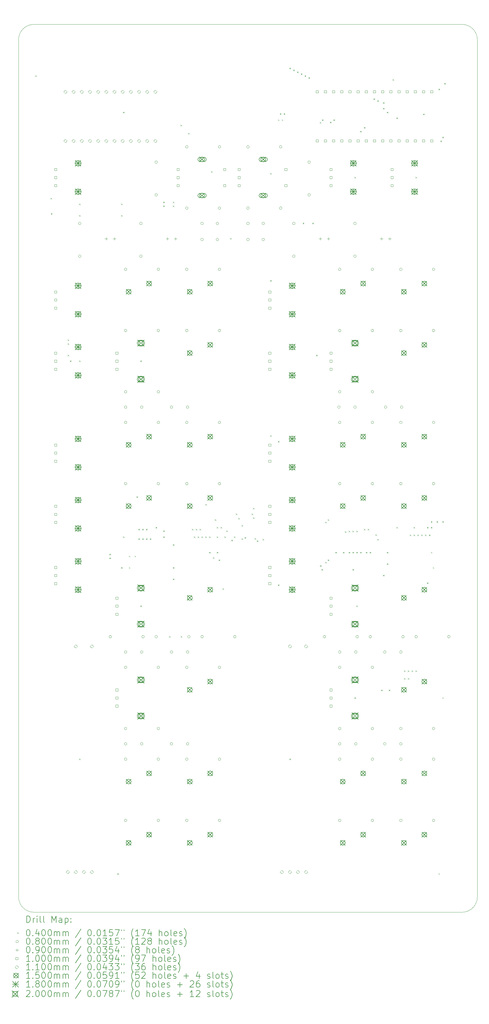
<source format=gbr>
%FSLAX45Y45*%
G04 Gerber Fmt 4.5, Leading zero omitted, Abs format (unit mm)*
G04 Created by KiCad (PCBNEW (6.0.2)) date 2023-01-10 12:42:33*
%MOMM*%
%LPD*%
G01*
G04 APERTURE LIST*
%TA.AperFunction,Profile*%
%ADD10C,0.100000*%
%TD*%
%ADD11C,0.200000*%
%ADD12C,0.040000*%
%ADD13C,0.080000*%
%ADD14C,0.090000*%
%ADD15C,0.100000*%
%ADD16C,0.110000*%
%ADD17C,0.150000*%
%ADD18C,0.180000*%
G04 APERTURE END LIST*
D10*
X8075000Y-5700000D02*
X21375000Y-5700000D01*
X21850000Y-6175000D02*
G75*
G03*
X21375000Y-5700000I-475000J0D01*
G01*
X21850000Y-32775000D02*
X21850000Y-6175000D01*
X8075000Y-5700000D02*
G75*
G03*
X7600000Y-6175000I0J-475000D01*
G01*
X7600000Y-32775000D02*
X7600000Y-6175000D01*
X7600000Y-32775000D02*
G75*
G03*
X8075000Y-33250000I475000J0D01*
G01*
X21375000Y-33250000D02*
X8075000Y-33250000D01*
X21375000Y-33250000D02*
G75*
G03*
X21850000Y-32775000I0J475000D01*
G01*
D11*
D12*
X8114375Y-7283125D02*
X8154375Y-7323125D01*
X8154375Y-7283125D02*
X8114375Y-7323125D01*
X8589375Y-11083125D02*
X8629375Y-11123125D01*
X8629375Y-11083125D02*
X8589375Y-11123125D01*
X8602450Y-11558125D02*
X8642450Y-11598125D01*
X8642450Y-11558125D02*
X8602450Y-11598125D01*
X9123750Y-15476875D02*
X9163750Y-15516875D01*
X9163750Y-15476875D02*
X9123750Y-15516875D01*
X9123750Y-15595625D02*
X9163750Y-15635625D01*
X9163750Y-15595625D02*
X9123750Y-15635625D01*
X9123750Y-15951875D02*
X9163750Y-15991875D01*
X9163750Y-15951875D02*
X9123750Y-15991875D01*
X9196200Y-16130000D02*
X9236200Y-16170000D01*
X9236200Y-16130000D02*
X9196200Y-16170000D01*
X9480000Y-11261250D02*
X9520000Y-11301250D01*
X9520000Y-11261250D02*
X9480000Y-11301250D01*
X9480000Y-11617500D02*
X9520000Y-11657500D01*
X9520000Y-11617500D02*
X9480000Y-11657500D01*
X9480000Y-16130000D02*
X9520000Y-16170000D01*
X9520000Y-16130000D02*
X9480000Y-16170000D01*
X9480000Y-28480000D02*
X9520000Y-28520000D01*
X9520000Y-28480000D02*
X9480000Y-28520000D01*
X10416925Y-22126875D02*
X10456925Y-22166875D01*
X10456925Y-22126875D02*
X10416925Y-22166875D01*
X10416925Y-22245625D02*
X10456925Y-22285625D01*
X10456925Y-22245625D02*
X10416925Y-22285625D01*
X10667500Y-32042500D02*
X10707500Y-32082500D01*
X10707500Y-32042500D02*
X10667500Y-32082500D01*
X10786250Y-11261250D02*
X10826250Y-11301250D01*
X10826250Y-11261250D02*
X10786250Y-11301250D01*
X10786250Y-11617500D02*
X10826250Y-11657500D01*
X10826250Y-11617500D02*
X10786250Y-11657500D01*
X10786250Y-22542500D02*
X10826250Y-22582500D01*
X10826250Y-22542500D02*
X10786250Y-22582500D01*
X10845625Y-8411250D02*
X10885625Y-8451250D01*
X10885625Y-8411250D02*
X10845625Y-8451250D01*
X10845625Y-21592500D02*
X10885625Y-21632500D01*
X10885625Y-21592500D02*
X10845625Y-21632500D01*
X11023750Y-22186250D02*
X11063750Y-22226250D01*
X11063750Y-22186250D02*
X11023750Y-22226250D01*
X11023750Y-22542500D02*
X11063750Y-22582500D01*
X11063750Y-22542500D02*
X11023750Y-22582500D01*
X11201875Y-22186250D02*
X11241875Y-22226250D01*
X11241875Y-22186250D02*
X11201875Y-22226250D01*
X11261250Y-20345625D02*
X11301250Y-20385625D01*
X11301250Y-20345625D02*
X11261250Y-20385625D01*
X11320625Y-21355000D02*
X11360625Y-21395000D01*
X11360625Y-21355000D02*
X11320625Y-21395000D01*
X11320625Y-21651875D02*
X11360625Y-21691875D01*
X11360625Y-21651875D02*
X11320625Y-21691875D01*
X11380000Y-16130000D02*
X11420000Y-16170000D01*
X11420000Y-16130000D02*
X11380000Y-16170000D01*
X11380000Y-23730000D02*
X11420000Y-23770000D01*
X11420000Y-23730000D02*
X11380000Y-23770000D01*
X11439375Y-21355000D02*
X11479375Y-21395000D01*
X11479375Y-21355000D02*
X11439375Y-21395000D01*
X11439375Y-21651875D02*
X11479375Y-21691875D01*
X11479375Y-21651875D02*
X11439375Y-21691875D01*
X11558125Y-21355000D02*
X11598125Y-21395000D01*
X11598125Y-21355000D02*
X11558125Y-21395000D01*
X11558125Y-21651875D02*
X11598125Y-21691875D01*
X11598125Y-21651875D02*
X11558125Y-21691875D01*
X11676875Y-21651875D02*
X11716875Y-21691875D01*
X11716875Y-21651875D02*
X11676875Y-21691875D01*
X11855000Y-21295625D02*
X11895000Y-21335625D01*
X11895000Y-21295625D02*
X11855000Y-21335625D01*
X12092500Y-11201875D02*
X12132500Y-11241875D01*
X12132500Y-11201875D02*
X12092500Y-11241875D01*
X12092500Y-11320625D02*
X12132500Y-11360625D01*
X12132500Y-11320625D02*
X12092500Y-11360625D01*
X12092500Y-21401300D02*
X12132500Y-21441300D01*
X12132500Y-21401300D02*
X12092500Y-21441300D01*
X12092500Y-21592500D02*
X12132500Y-21632500D01*
X12132500Y-21592500D02*
X12092500Y-21632500D01*
X12270625Y-24680000D02*
X12310625Y-24720000D01*
X12310625Y-24680000D02*
X12270625Y-24720000D01*
X12389375Y-11201875D02*
X12429375Y-11241875D01*
X12429375Y-11201875D02*
X12389375Y-11241875D01*
X12389375Y-11320625D02*
X12429375Y-11360625D01*
X12429375Y-11320625D02*
X12389375Y-11360625D01*
X12389375Y-21830000D02*
X12429375Y-21870000D01*
X12429375Y-21830000D02*
X12389375Y-21870000D01*
X12389375Y-22542500D02*
X12429375Y-22582500D01*
X12429375Y-22542500D02*
X12389375Y-22582500D01*
X12389375Y-22898750D02*
X12429375Y-22938750D01*
X12429375Y-22898750D02*
X12389375Y-22938750D01*
X12626875Y-8813800D02*
X12666875Y-8853800D01*
X12666875Y-8813800D02*
X12626875Y-8853800D01*
X12639950Y-24680000D02*
X12679950Y-24720000D01*
X12679950Y-24680000D02*
X12639950Y-24720000D01*
X12864375Y-9064375D02*
X12904375Y-9104375D01*
X12904375Y-9064375D02*
X12864375Y-9104375D01*
X12983125Y-21355000D02*
X13023125Y-21395000D01*
X13023125Y-21355000D02*
X12983125Y-21395000D01*
X13042500Y-21592500D02*
X13082500Y-21632500D01*
X13082500Y-21592500D02*
X13042500Y-21632500D01*
X13101875Y-21355000D02*
X13141875Y-21395000D01*
X13141875Y-21355000D02*
X13101875Y-21395000D01*
X13161250Y-21592500D02*
X13201250Y-21632500D01*
X13201250Y-21592500D02*
X13161250Y-21632500D01*
X13220625Y-21355000D02*
X13260625Y-21395000D01*
X13260625Y-21355000D02*
X13220625Y-21395000D01*
X13280000Y-21592500D02*
X13320000Y-21632500D01*
X13320000Y-21592500D02*
X13280000Y-21632500D01*
X13398750Y-20583125D02*
X13438750Y-20623125D01*
X13438750Y-20583125D02*
X13398750Y-20623125D01*
X13398750Y-21592500D02*
X13438750Y-21632500D01*
X13438750Y-21592500D02*
X13398750Y-21632500D01*
X13517500Y-21592500D02*
X13557500Y-21632500D01*
X13557500Y-21592500D02*
X13517500Y-21632500D01*
X13517500Y-22067500D02*
X13557500Y-22107500D01*
X13557500Y-22067500D02*
X13517500Y-22107500D01*
X13576875Y-10251875D02*
X13616875Y-10291875D01*
X13616875Y-10251875D02*
X13576875Y-10291875D01*
X13636250Y-22232550D02*
X13676250Y-22272550D01*
X13676250Y-22232550D02*
X13636250Y-22272550D01*
X13695625Y-21058125D02*
X13735625Y-21098125D01*
X13735625Y-21058125D02*
X13695625Y-21098125D01*
X13755000Y-21295625D02*
X13795000Y-21335625D01*
X13795000Y-21295625D02*
X13755000Y-21335625D01*
X13755000Y-21592500D02*
X13795000Y-21632500D01*
X13795000Y-21592500D02*
X13755000Y-21632500D01*
X13755000Y-22067500D02*
X13795000Y-22107500D01*
X13795000Y-22067500D02*
X13755000Y-22107500D01*
X13814375Y-22305000D02*
X13854375Y-22345000D01*
X13854375Y-22305000D02*
X13814375Y-22345000D01*
X13873750Y-21295625D02*
X13913750Y-21335625D01*
X13913750Y-21295625D02*
X13873750Y-21335625D01*
X13933125Y-23195625D02*
X13973125Y-23235625D01*
X13973125Y-23195625D02*
X13933125Y-23235625D01*
X13992500Y-21592500D02*
X14032500Y-21632500D01*
X14032500Y-21592500D02*
X13992500Y-21632500D01*
X14051875Y-21401300D02*
X14091875Y-21441300D01*
X14091875Y-21401300D02*
X14051875Y-21441300D01*
X14170625Y-12330000D02*
X14210625Y-12370000D01*
X14210625Y-12330000D02*
X14170625Y-12370000D01*
X14208458Y-21689708D02*
X14248458Y-21729708D01*
X14248458Y-21689708D02*
X14208458Y-21729708D01*
X14289375Y-21592500D02*
X14329375Y-21632500D01*
X14329375Y-21592500D02*
X14289375Y-21632500D01*
X14348750Y-20880000D02*
X14388750Y-20920000D01*
X14388750Y-20880000D02*
X14348750Y-20920000D01*
X14425471Y-21016096D02*
X14465471Y-21056096D01*
X14465471Y-21016096D02*
X14425471Y-21056096D01*
X14526875Y-21236250D02*
X14566875Y-21276250D01*
X14566875Y-21236250D02*
X14526875Y-21276250D01*
X14526875Y-21651875D02*
X14566875Y-21691875D01*
X14566875Y-21651875D02*
X14526875Y-21691875D01*
X14619044Y-21611185D02*
X14659044Y-21651185D01*
X14659044Y-21611185D02*
X14619044Y-21651185D01*
X14836825Y-20880000D02*
X14876825Y-20920000D01*
X14876825Y-20880000D02*
X14836825Y-20920000D01*
X14883125Y-20701875D02*
X14923125Y-20741875D01*
X14923125Y-20701875D02*
X14883125Y-20741875D01*
X14883125Y-20998750D02*
X14923125Y-21038750D01*
X14923125Y-20998750D02*
X14883125Y-21038750D01*
X14931199Y-21638800D02*
X14971199Y-21678800D01*
X14971199Y-21638800D02*
X14931199Y-21678800D01*
X15001875Y-21711250D02*
X15041875Y-21751250D01*
X15041875Y-21711250D02*
X15001875Y-21751250D01*
X15180000Y-21664950D02*
X15220000Y-21704950D01*
X15220000Y-21664950D02*
X15180000Y-21704950D01*
X15417500Y-10311250D02*
X15457500Y-10351250D01*
X15457500Y-10311250D02*
X15417500Y-10351250D01*
X15417500Y-13636250D02*
X15457500Y-13676250D01*
X15457500Y-13636250D02*
X15417500Y-13676250D01*
X15417500Y-18445625D02*
X15457500Y-18485625D01*
X15457500Y-18445625D02*
X15417500Y-18485625D01*
X15655000Y-8648750D02*
X15695000Y-8688750D01*
X15695000Y-8648750D02*
X15655000Y-8688750D01*
X15655000Y-18623750D02*
X15695000Y-18663750D01*
X15695000Y-18623750D02*
X15655000Y-18663750D01*
X15655000Y-23076875D02*
X15695000Y-23116875D01*
X15695000Y-23076875D02*
X15655000Y-23116875D01*
X15714375Y-8457550D02*
X15754375Y-8497550D01*
X15754375Y-8457550D02*
X15714375Y-8497550D01*
X15773750Y-8648750D02*
X15813750Y-8688750D01*
X15813750Y-8648750D02*
X15773750Y-8688750D01*
X15833125Y-8457550D02*
X15873125Y-8497550D01*
X15873125Y-8457550D02*
X15833125Y-8497550D01*
X16011250Y-7045625D02*
X16051250Y-7085625D01*
X16051250Y-7045625D02*
X16011250Y-7085625D01*
X16011250Y-28480000D02*
X16051250Y-28520000D01*
X16051250Y-28480000D02*
X16011250Y-28520000D01*
X16130000Y-7105000D02*
X16170000Y-7145000D01*
X16170000Y-7105000D02*
X16130000Y-7145000D01*
X16248750Y-7164375D02*
X16288750Y-7204375D01*
X16288750Y-7164375D02*
X16248750Y-7204375D01*
X16367500Y-7223750D02*
X16407500Y-7263750D01*
X16407500Y-7223750D02*
X16367500Y-7263750D01*
X16426875Y-11855000D02*
X16466875Y-11895000D01*
X16466875Y-11855000D02*
X16426875Y-11895000D01*
X16486250Y-7283125D02*
X16526250Y-7323125D01*
X16526250Y-7283125D02*
X16486250Y-7323125D01*
X16605000Y-7342500D02*
X16645000Y-7382500D01*
X16645000Y-7342500D02*
X16605000Y-7382500D01*
X16723750Y-11855000D02*
X16763750Y-11895000D01*
X16763750Y-11855000D02*
X16723750Y-11895000D01*
X16842500Y-15951875D02*
X16882500Y-15991875D01*
X16882500Y-15951875D02*
X16842500Y-15991875D01*
X16957270Y-8726056D02*
X16997270Y-8766056D01*
X16997270Y-8726056D02*
X16957270Y-8766056D01*
X16961250Y-22483125D02*
X17001250Y-22523125D01*
X17001250Y-22483125D02*
X16961250Y-22523125D01*
X17007550Y-22601875D02*
X17047550Y-22641875D01*
X17047550Y-22601875D02*
X17007550Y-22641875D01*
X17020625Y-8648750D02*
X17060625Y-8688750D01*
X17060625Y-8648750D02*
X17020625Y-8688750D01*
X17126300Y-21135431D02*
X17166300Y-21175431D01*
X17166300Y-21135431D02*
X17126300Y-21175431D01*
X17126300Y-22375675D02*
X17166300Y-22415675D01*
X17166300Y-22375675D02*
X17126300Y-22415675D01*
X17198750Y-21058125D02*
X17238750Y-21098125D01*
X17238750Y-21058125D02*
X17198750Y-21098125D01*
X17198750Y-22305000D02*
X17238750Y-22345000D01*
X17238750Y-22305000D02*
X17198750Y-22345000D01*
X17272730Y-8722730D02*
X17312730Y-8762730D01*
X17312730Y-8722730D02*
X17272730Y-8762730D01*
X17376875Y-8648750D02*
X17416875Y-8688750D01*
X17416875Y-8648750D02*
X17376875Y-8688750D01*
X17436250Y-22067500D02*
X17476250Y-22107500D01*
X17476250Y-22067500D02*
X17436250Y-22107500D01*
X17673750Y-22067500D02*
X17713750Y-22107500D01*
X17713750Y-22067500D02*
X17673750Y-22107500D01*
X17733125Y-21427450D02*
X17773125Y-21467450D01*
X17773125Y-21427450D02*
X17733125Y-21467450D01*
X17851875Y-21414375D02*
X17891875Y-21454375D01*
X17891875Y-21414375D02*
X17851875Y-21454375D01*
X17851875Y-22067500D02*
X17891875Y-22107500D01*
X17891875Y-22067500D02*
X17851875Y-22107500D01*
X17970625Y-21414375D02*
X18010625Y-21454375D01*
X18010625Y-21414375D02*
X17970625Y-21454375D01*
X17970625Y-22067500D02*
X18010625Y-22107500D01*
X18010625Y-22067500D02*
X17970625Y-22107500D01*
X17970625Y-22601875D02*
X18010625Y-22641875D01*
X18010625Y-22601875D02*
X17970625Y-22641875D01*
X18030000Y-10430000D02*
X18070000Y-10470000D01*
X18070000Y-10430000D02*
X18030000Y-10470000D01*
X18030000Y-26580000D02*
X18070000Y-26620000D01*
X18070000Y-26580000D02*
X18030000Y-26620000D01*
X18089375Y-21414375D02*
X18129375Y-21454375D01*
X18129375Y-21414375D02*
X18089375Y-21454375D01*
X18089375Y-22067500D02*
X18129375Y-22107500D01*
X18129375Y-22067500D02*
X18089375Y-22107500D01*
X18089375Y-23730000D02*
X18129375Y-23770000D01*
X18129375Y-23730000D02*
X18089375Y-23770000D01*
X18208125Y-9005000D02*
X18248125Y-9045000D01*
X18248125Y-9005000D02*
X18208125Y-9045000D01*
X18208125Y-22067500D02*
X18248125Y-22107500D01*
X18248125Y-22067500D02*
X18208125Y-22107500D01*
X18326875Y-21355000D02*
X18366875Y-21395000D01*
X18366875Y-21355000D02*
X18326875Y-21395000D01*
X18327292Y-8885833D02*
X18367292Y-8925833D01*
X18367292Y-8885833D02*
X18327292Y-8925833D01*
X18386250Y-22067500D02*
X18426250Y-22107500D01*
X18426250Y-22067500D02*
X18386250Y-22107500D01*
X18445625Y-21355000D02*
X18485625Y-21395000D01*
X18485625Y-21355000D02*
X18445625Y-21395000D01*
X18505000Y-22067500D02*
X18545000Y-22107500D01*
X18545000Y-22067500D02*
X18505000Y-22107500D01*
X18623750Y-7995625D02*
X18663750Y-8035625D01*
X18663750Y-7995625D02*
X18623750Y-8035625D01*
X18683125Y-21520050D02*
X18723125Y-21560050D01*
X18723125Y-21520050D02*
X18683125Y-21560050D01*
X18742500Y-8055000D02*
X18782500Y-8095000D01*
X18782500Y-8055000D02*
X18742500Y-8095000D01*
X18742500Y-21664950D02*
X18782500Y-21704950D01*
X18782500Y-21664950D02*
X18742500Y-21704950D01*
X18861250Y-26342500D02*
X18901250Y-26382500D01*
X18901250Y-26342500D02*
X18861250Y-26382500D01*
X18920625Y-8114375D02*
X18960625Y-8154375D01*
X18960625Y-8114375D02*
X18920625Y-8154375D01*
X18920625Y-8292500D02*
X18960625Y-8332500D01*
X18960625Y-8292500D02*
X18920625Y-8332500D01*
X18920625Y-22780000D02*
X18960625Y-22820000D01*
X18960625Y-22780000D02*
X18920625Y-22820000D01*
X19039375Y-8411250D02*
X19079375Y-8451250D01*
X19079375Y-8411250D02*
X19039375Y-8451250D01*
X19039375Y-22067500D02*
X19079375Y-22107500D01*
X19079375Y-22067500D02*
X19039375Y-22107500D01*
X19039375Y-22423750D02*
X19079375Y-22463750D01*
X19079375Y-22423750D02*
X19039375Y-22463750D01*
X19098750Y-26342500D02*
X19138750Y-26382500D01*
X19138750Y-26342500D02*
X19098750Y-26382500D01*
X19217500Y-7401875D02*
X19257500Y-7441875D01*
X19257500Y-7401875D02*
X19217500Y-7441875D01*
X19336250Y-8589375D02*
X19376250Y-8629375D01*
X19376250Y-8589375D02*
X19336250Y-8629375D01*
X19336250Y-21295625D02*
X19376250Y-21335625D01*
X19376250Y-21295625D02*
X19336250Y-21335625D01*
X19573750Y-25748750D02*
X19613750Y-25788750D01*
X19613750Y-25748750D02*
X19573750Y-25788750D01*
X19573750Y-25986250D02*
X19613750Y-26026250D01*
X19613750Y-25986250D02*
X19573750Y-26026250D01*
X19692500Y-25748750D02*
X19732500Y-25788750D01*
X19732500Y-25748750D02*
X19692500Y-25788750D01*
X19692500Y-25986250D02*
X19732500Y-26026250D01*
X19732500Y-25986250D02*
X19692500Y-26026250D01*
X19751875Y-21533125D02*
X19791875Y-21573125D01*
X19791875Y-21533125D02*
X19751875Y-21573125D01*
X19811250Y-25748750D02*
X19851250Y-25788750D01*
X19851250Y-25748750D02*
X19811250Y-25788750D01*
X19870625Y-21295625D02*
X19910625Y-21335625D01*
X19910625Y-21295625D02*
X19870625Y-21335625D01*
X19870625Y-21533125D02*
X19910625Y-21573125D01*
X19910625Y-21533125D02*
X19870625Y-21573125D01*
X19930000Y-10430000D02*
X19970000Y-10470000D01*
X19970000Y-10430000D02*
X19930000Y-10470000D01*
X19930000Y-25748750D02*
X19970000Y-25788750D01*
X19970000Y-25748750D02*
X19930000Y-25788750D01*
X19989375Y-21533125D02*
X20029375Y-21573125D01*
X20029375Y-21533125D02*
X19989375Y-21573125D01*
X20108125Y-21533125D02*
X20148125Y-21573125D01*
X20148125Y-21533125D02*
X20108125Y-21573125D01*
X20167500Y-8470625D02*
X20207500Y-8510625D01*
X20207500Y-8470625D02*
X20167500Y-8510625D01*
X20226875Y-21533125D02*
X20266875Y-21573125D01*
X20266875Y-21533125D02*
X20226875Y-21573125D01*
X20286145Y-23017395D02*
X20326145Y-23057395D01*
X20326145Y-23017395D02*
X20286145Y-23057395D01*
X20286250Y-21295625D02*
X20326250Y-21335625D01*
X20326250Y-21295625D02*
X20286250Y-21335625D01*
X20345625Y-21533125D02*
X20385625Y-21573125D01*
X20385625Y-21533125D02*
X20345625Y-21573125D01*
X20405000Y-21117500D02*
X20445000Y-21157500D01*
X20445000Y-21117500D02*
X20405000Y-21157500D01*
X20405000Y-21295625D02*
X20445000Y-21335625D01*
X20445000Y-21295625D02*
X20405000Y-21335625D01*
X20405000Y-22067500D02*
X20445000Y-22107500D01*
X20445000Y-22067500D02*
X20405000Y-22107500D01*
X20464375Y-22542500D02*
X20504375Y-22582500D01*
X20504375Y-22542500D02*
X20464375Y-22582500D01*
X20583125Y-21117500D02*
X20623125Y-21157500D01*
X20623125Y-21117500D02*
X20583125Y-21157500D01*
X20642500Y-7698750D02*
X20682500Y-7738750D01*
X20682500Y-7698750D02*
X20642500Y-7738750D01*
X20642500Y-32042500D02*
X20682500Y-32082500D01*
X20682500Y-32042500D02*
X20642500Y-32082500D01*
X20701875Y-9301875D02*
X20741875Y-9341875D01*
X20741875Y-9301875D02*
X20701875Y-9341875D01*
X20761250Y-9183125D02*
X20801250Y-9223125D01*
X20801250Y-9183125D02*
X20761250Y-9223125D01*
X20761250Y-21117500D02*
X20801250Y-21157500D01*
X20801250Y-21117500D02*
X20761250Y-21157500D01*
X20761250Y-26580000D02*
X20801250Y-26620000D01*
X20801250Y-26580000D02*
X20761250Y-26620000D01*
X20820625Y-7520625D02*
X20860625Y-7560625D01*
X20860625Y-7520625D02*
X20820625Y-7560625D01*
D13*
X9540000Y-11875000D02*
G75*
G03*
X9540000Y-11875000I-40000J0D01*
G01*
X9540000Y-12891000D02*
G75*
G03*
X9540000Y-12891000I-40000J0D01*
G01*
X10490000Y-24700000D02*
G75*
G03*
X10490000Y-24700000I-40000J0D01*
G01*
X10965000Y-13300000D02*
G75*
G03*
X10965000Y-13300000I-40000J0D01*
G01*
X10965000Y-15200000D02*
G75*
G03*
X10965000Y-15200000I-40000J0D01*
G01*
X10965000Y-17100000D02*
G75*
G03*
X10965000Y-17100000I-40000J0D01*
G01*
X10965000Y-17575000D02*
G75*
G03*
X10965000Y-17575000I-40000J0D01*
G01*
X10965000Y-18050000D02*
G75*
G03*
X10965000Y-18050000I-40000J0D01*
G01*
X10965000Y-19950000D02*
G75*
G03*
X10965000Y-19950000I-40000J0D01*
G01*
X10965000Y-25175000D02*
G75*
G03*
X10965000Y-25175000I-40000J0D01*
G01*
X10965000Y-25650000D02*
G75*
G03*
X10965000Y-25650000I-40000J0D01*
G01*
X10965000Y-27550000D02*
G75*
G03*
X10965000Y-27550000I-40000J0D01*
G01*
X10965000Y-28025000D02*
G75*
G03*
X10965000Y-28025000I-40000J0D01*
G01*
X10965000Y-28500000D02*
G75*
G03*
X10965000Y-28500000I-40000J0D01*
G01*
X10965000Y-30400000D02*
G75*
G03*
X10965000Y-30400000I-40000J0D01*
G01*
X11440000Y-11875000D02*
G75*
G03*
X11440000Y-11875000I-40000J0D01*
G01*
X11440000Y-12891000D02*
G75*
G03*
X11440000Y-12891000I-40000J0D01*
G01*
X11465000Y-17575000D02*
G75*
G03*
X11465000Y-17575000I-40000J0D01*
G01*
X11465000Y-25175000D02*
G75*
G03*
X11465000Y-25175000I-40000J0D01*
G01*
X11465000Y-28025000D02*
G75*
G03*
X11465000Y-28025000I-40000J0D01*
G01*
X11506000Y-24700000D02*
G75*
G03*
X11506000Y-24700000I-40000J0D01*
G01*
X11915000Y-9975000D02*
G75*
G03*
X11915000Y-9975000I-40000J0D01*
G01*
X11915000Y-10991000D02*
G75*
G03*
X11915000Y-10991000I-40000J0D01*
G01*
X11915000Y-24700000D02*
G75*
G03*
X11915000Y-24700000I-40000J0D01*
G01*
X11981000Y-13300000D02*
G75*
G03*
X11981000Y-13300000I-40000J0D01*
G01*
X11981000Y-15200000D02*
G75*
G03*
X11981000Y-15200000I-40000J0D01*
G01*
X11981000Y-17100000D02*
G75*
G03*
X11981000Y-17100000I-40000J0D01*
G01*
X11981000Y-18050000D02*
G75*
G03*
X11981000Y-18050000I-40000J0D01*
G01*
X11981000Y-19950000D02*
G75*
G03*
X11981000Y-19950000I-40000J0D01*
G01*
X11981000Y-25650000D02*
G75*
G03*
X11981000Y-25650000I-40000J0D01*
G01*
X11981000Y-27550000D02*
G75*
G03*
X11981000Y-27550000I-40000J0D01*
G01*
X11981000Y-28500000D02*
G75*
G03*
X11981000Y-28500000I-40000J0D01*
G01*
X11981000Y-30400000D02*
G75*
G03*
X11981000Y-30400000I-40000J0D01*
G01*
X12390000Y-17575000D02*
G75*
G03*
X12390000Y-17575000I-40000J0D01*
G01*
X12390000Y-25175000D02*
G75*
G03*
X12390000Y-25175000I-40000J0D01*
G01*
X12390000Y-28025000D02*
G75*
G03*
X12390000Y-28025000I-40000J0D01*
G01*
X12865000Y-9500000D02*
G75*
G03*
X12865000Y-9500000I-40000J0D01*
G01*
X12865000Y-11400000D02*
G75*
G03*
X12865000Y-11400000I-40000J0D01*
G01*
X12865000Y-13300000D02*
G75*
G03*
X12865000Y-13300000I-40000J0D01*
G01*
X12865000Y-15200000D02*
G75*
G03*
X12865000Y-15200000I-40000J0D01*
G01*
X12865000Y-18050000D02*
G75*
G03*
X12865000Y-18050000I-40000J0D01*
G01*
X12865000Y-19950000D02*
G75*
G03*
X12865000Y-19950000I-40000J0D01*
G01*
X12865000Y-25650000D02*
G75*
G03*
X12865000Y-25650000I-40000J0D01*
G01*
X12865000Y-28500000D02*
G75*
G03*
X12865000Y-28500000I-40000J0D01*
G01*
X12865000Y-30400000D02*
G75*
G03*
X12865000Y-30400000I-40000J0D01*
G01*
X12890000Y-17575000D02*
G75*
G03*
X12890000Y-17575000I-40000J0D01*
G01*
X12890000Y-25175000D02*
G75*
G03*
X12890000Y-25175000I-40000J0D01*
G01*
X12890000Y-28025000D02*
G75*
G03*
X12890000Y-28025000I-40000J0D01*
G01*
X12931000Y-24700000D02*
G75*
G03*
X12931000Y-24700000I-40000J0D01*
G01*
X13340000Y-11875000D02*
G75*
G03*
X13340000Y-11875000I-40000J0D01*
G01*
X13340000Y-12375000D02*
G75*
G03*
X13340000Y-12375000I-40000J0D01*
G01*
X13340000Y-24700000D02*
G75*
G03*
X13340000Y-24700000I-40000J0D01*
G01*
X13815000Y-11875000D02*
G75*
G03*
X13815000Y-11875000I-40000J0D01*
G01*
X13815000Y-12375000D02*
G75*
G03*
X13815000Y-12375000I-40000J0D01*
G01*
X13881000Y-9500000D02*
G75*
G03*
X13881000Y-9500000I-40000J0D01*
G01*
X13881000Y-11400000D02*
G75*
G03*
X13881000Y-11400000I-40000J0D01*
G01*
X13881000Y-13300000D02*
G75*
G03*
X13881000Y-13300000I-40000J0D01*
G01*
X13881000Y-15200000D02*
G75*
G03*
X13881000Y-15200000I-40000J0D01*
G01*
X13881000Y-18050000D02*
G75*
G03*
X13881000Y-18050000I-40000J0D01*
G01*
X13881000Y-19950000D02*
G75*
G03*
X13881000Y-19950000I-40000J0D01*
G01*
X13881000Y-25650000D02*
G75*
G03*
X13881000Y-25650000I-40000J0D01*
G01*
X13881000Y-28500000D02*
G75*
G03*
X13881000Y-28500000I-40000J0D01*
G01*
X13881000Y-30400000D02*
G75*
G03*
X13881000Y-30400000I-40000J0D01*
G01*
X14356000Y-24700000D02*
G75*
G03*
X14356000Y-24700000I-40000J0D01*
G01*
X14765000Y-9500000D02*
G75*
G03*
X14765000Y-9500000I-40000J0D01*
G01*
X14765000Y-11400000D02*
G75*
G03*
X14765000Y-11400000I-40000J0D01*
G01*
X14765000Y-11875000D02*
G75*
G03*
X14765000Y-11875000I-40000J0D01*
G01*
X14765000Y-12375000D02*
G75*
G03*
X14765000Y-12375000I-40000J0D01*
G01*
X15240000Y-11875000D02*
G75*
G03*
X15240000Y-11875000I-40000J0D01*
G01*
X15240000Y-12375000D02*
G75*
G03*
X15240000Y-12375000I-40000J0D01*
G01*
X15781000Y-9500000D02*
G75*
G03*
X15781000Y-9500000I-40000J0D01*
G01*
X15781000Y-11400000D02*
G75*
G03*
X15781000Y-11400000I-40000J0D01*
G01*
X16190000Y-11875000D02*
G75*
G03*
X16190000Y-11875000I-40000J0D01*
G01*
X16190000Y-12891000D02*
G75*
G03*
X16190000Y-12891000I-40000J0D01*
G01*
X16665000Y-9975000D02*
G75*
G03*
X16665000Y-9975000I-40000J0D01*
G01*
X16665000Y-10991000D02*
G75*
G03*
X16665000Y-10991000I-40000J0D01*
G01*
X17140000Y-24700000D02*
G75*
G03*
X17140000Y-24700000I-40000J0D01*
G01*
X17590000Y-17575000D02*
G75*
G03*
X17590000Y-17575000I-40000J0D01*
G01*
X17615000Y-13300000D02*
G75*
G03*
X17615000Y-13300000I-40000J0D01*
G01*
X17615000Y-15200000D02*
G75*
G03*
X17615000Y-15200000I-40000J0D01*
G01*
X17615000Y-17100000D02*
G75*
G03*
X17615000Y-17100000I-40000J0D01*
G01*
X17615000Y-18050000D02*
G75*
G03*
X17615000Y-18050000I-40000J0D01*
G01*
X17615000Y-19950000D02*
G75*
G03*
X17615000Y-19950000I-40000J0D01*
G01*
X17615000Y-25175000D02*
G75*
G03*
X17615000Y-25175000I-40000J0D01*
G01*
X17615000Y-25650000D02*
G75*
G03*
X17615000Y-25650000I-40000J0D01*
G01*
X17615000Y-27550000D02*
G75*
G03*
X17615000Y-27550000I-40000J0D01*
G01*
X17615000Y-28025000D02*
G75*
G03*
X17615000Y-28025000I-40000J0D01*
G01*
X17615000Y-28500000D02*
G75*
G03*
X17615000Y-28500000I-40000J0D01*
G01*
X17615000Y-30400000D02*
G75*
G03*
X17615000Y-30400000I-40000J0D01*
G01*
X18090000Y-11875000D02*
G75*
G03*
X18090000Y-11875000I-40000J0D01*
G01*
X18090000Y-12891000D02*
G75*
G03*
X18090000Y-12891000I-40000J0D01*
G01*
X18090000Y-17575000D02*
G75*
G03*
X18090000Y-17575000I-40000J0D01*
G01*
X18115000Y-25175000D02*
G75*
G03*
X18115000Y-25175000I-40000J0D01*
G01*
X18115000Y-28025000D02*
G75*
G03*
X18115000Y-28025000I-40000J0D01*
G01*
X18156000Y-24700000D02*
G75*
G03*
X18156000Y-24700000I-40000J0D01*
G01*
X18565000Y-24700000D02*
G75*
G03*
X18565000Y-24700000I-40000J0D01*
G01*
X18631000Y-13300000D02*
G75*
G03*
X18631000Y-13300000I-40000J0D01*
G01*
X18631000Y-15200000D02*
G75*
G03*
X18631000Y-15200000I-40000J0D01*
G01*
X18631000Y-17100000D02*
G75*
G03*
X18631000Y-17100000I-40000J0D01*
G01*
X18631000Y-18050000D02*
G75*
G03*
X18631000Y-18050000I-40000J0D01*
G01*
X18631000Y-19950000D02*
G75*
G03*
X18631000Y-19950000I-40000J0D01*
G01*
X18631000Y-25650000D02*
G75*
G03*
X18631000Y-25650000I-40000J0D01*
G01*
X18631000Y-27550000D02*
G75*
G03*
X18631000Y-27550000I-40000J0D01*
G01*
X18631000Y-28500000D02*
G75*
G03*
X18631000Y-28500000I-40000J0D01*
G01*
X18631000Y-30400000D02*
G75*
G03*
X18631000Y-30400000I-40000J0D01*
G01*
X19015000Y-25175000D02*
G75*
G03*
X19015000Y-25175000I-40000J0D01*
G01*
X19015000Y-28025000D02*
G75*
G03*
X19015000Y-28025000I-40000J0D01*
G01*
X19040000Y-17575000D02*
G75*
G03*
X19040000Y-17575000I-40000J0D01*
G01*
X19515000Y-13300000D02*
G75*
G03*
X19515000Y-13300000I-40000J0D01*
G01*
X19515000Y-15200000D02*
G75*
G03*
X19515000Y-15200000I-40000J0D01*
G01*
X19515000Y-18050000D02*
G75*
G03*
X19515000Y-18050000I-40000J0D01*
G01*
X19515000Y-19950000D02*
G75*
G03*
X19515000Y-19950000I-40000J0D01*
G01*
X19515000Y-25175000D02*
G75*
G03*
X19515000Y-25175000I-40000J0D01*
G01*
X19515000Y-27550000D02*
G75*
G03*
X19515000Y-27550000I-40000J0D01*
G01*
X19515000Y-28025000D02*
G75*
G03*
X19515000Y-28025000I-40000J0D01*
G01*
X19515000Y-28500000D02*
G75*
G03*
X19515000Y-28500000I-40000J0D01*
G01*
X19515000Y-30400000D02*
G75*
G03*
X19515000Y-30400000I-40000J0D01*
G01*
X19540000Y-17575000D02*
G75*
G03*
X19540000Y-17575000I-40000J0D01*
G01*
X19581000Y-24700000D02*
G75*
G03*
X19581000Y-24700000I-40000J0D01*
G01*
X19990000Y-24700000D02*
G75*
G03*
X19990000Y-24700000I-40000J0D01*
G01*
X20531000Y-13300000D02*
G75*
G03*
X20531000Y-13300000I-40000J0D01*
G01*
X20531000Y-15200000D02*
G75*
G03*
X20531000Y-15200000I-40000J0D01*
G01*
X20531000Y-18050000D02*
G75*
G03*
X20531000Y-18050000I-40000J0D01*
G01*
X20531000Y-19950000D02*
G75*
G03*
X20531000Y-19950000I-40000J0D01*
G01*
X20531000Y-27550000D02*
G75*
G03*
X20531000Y-27550000I-40000J0D01*
G01*
X20531000Y-28500000D02*
G75*
G03*
X20531000Y-28500000I-40000J0D01*
G01*
X20531000Y-30400000D02*
G75*
G03*
X20531000Y-30400000I-40000J0D01*
G01*
X21006000Y-24700000D02*
G75*
G03*
X21006000Y-24700000I-40000J0D01*
G01*
D14*
X10323000Y-12305000D02*
X10323000Y-12395000D01*
X10278000Y-12350000D02*
X10368000Y-12350000D01*
X10577000Y-12305000D02*
X10577000Y-12395000D01*
X10532000Y-12350000D02*
X10622000Y-12350000D01*
X12223000Y-12305000D02*
X12223000Y-12395000D01*
X12178000Y-12350000D02*
X12268000Y-12350000D01*
X12477000Y-12305000D02*
X12477000Y-12395000D01*
X12432000Y-12350000D02*
X12522000Y-12350000D01*
X16973000Y-12305000D02*
X16973000Y-12395000D01*
X16928000Y-12350000D02*
X17018000Y-12350000D01*
X17227000Y-12305000D02*
X17227000Y-12395000D01*
X17182000Y-12350000D02*
X17272000Y-12350000D01*
X18873000Y-12305000D02*
X18873000Y-12395000D01*
X18828000Y-12350000D02*
X18918000Y-12350000D01*
X19127000Y-12305000D02*
X19127000Y-12395000D01*
X19082000Y-12350000D02*
X19172000Y-12350000D01*
D15*
X8785356Y-10235356D02*
X8785356Y-10164644D01*
X8714644Y-10164644D01*
X8714644Y-10235356D01*
X8785356Y-10235356D01*
X8785356Y-10485356D02*
X8785356Y-10414644D01*
X8714644Y-10414644D01*
X8714644Y-10485356D01*
X8785356Y-10485356D01*
X8785356Y-10735356D02*
X8785356Y-10664644D01*
X8714644Y-10664644D01*
X8714644Y-10735356D01*
X8785356Y-10735356D01*
X8785356Y-14035356D02*
X8785356Y-13964644D01*
X8714644Y-13964644D01*
X8714644Y-14035356D01*
X8785356Y-14035356D01*
X8785356Y-14285356D02*
X8785356Y-14214644D01*
X8714644Y-14214644D01*
X8714644Y-14285356D01*
X8785356Y-14285356D01*
X8785356Y-14535356D02*
X8785356Y-14464644D01*
X8714644Y-14464644D01*
X8714644Y-14535356D01*
X8785356Y-14535356D01*
X8785356Y-15935356D02*
X8785356Y-15864644D01*
X8714644Y-15864644D01*
X8714644Y-15935356D01*
X8785356Y-15935356D01*
X8785356Y-16185356D02*
X8785356Y-16114644D01*
X8714644Y-16114644D01*
X8714644Y-16185356D01*
X8785356Y-16185356D01*
X8785356Y-16435356D02*
X8785356Y-16364644D01*
X8714644Y-16364644D01*
X8714644Y-16435356D01*
X8785356Y-16435356D01*
X8785356Y-18785356D02*
X8785356Y-18714644D01*
X8714644Y-18714644D01*
X8714644Y-18785356D01*
X8785356Y-18785356D01*
X8785356Y-19035356D02*
X8785356Y-18964644D01*
X8714644Y-18964644D01*
X8714644Y-19035356D01*
X8785356Y-19035356D01*
X8785356Y-19285356D02*
X8785356Y-19214644D01*
X8714644Y-19214644D01*
X8714644Y-19285356D01*
X8785356Y-19285356D01*
X8785356Y-20685356D02*
X8785356Y-20614644D01*
X8714644Y-20614644D01*
X8714644Y-20685356D01*
X8785356Y-20685356D01*
X8785356Y-20935356D02*
X8785356Y-20864644D01*
X8714644Y-20864644D01*
X8714644Y-20935356D01*
X8785356Y-20935356D01*
X8785356Y-21185356D02*
X8785356Y-21114644D01*
X8714644Y-21114644D01*
X8714644Y-21185356D01*
X8785356Y-21185356D01*
X8785356Y-22585356D02*
X8785356Y-22514644D01*
X8714644Y-22514644D01*
X8714644Y-22585356D01*
X8785356Y-22585356D01*
X8785356Y-22835356D02*
X8785356Y-22764644D01*
X8714644Y-22764644D01*
X8714644Y-22835356D01*
X8785356Y-22835356D01*
X8785356Y-23085356D02*
X8785356Y-23014644D01*
X8714644Y-23014644D01*
X8714644Y-23085356D01*
X8785356Y-23085356D01*
X10685356Y-15935356D02*
X10685356Y-15864644D01*
X10614644Y-15864644D01*
X10614644Y-15935356D01*
X10685356Y-15935356D01*
X10685356Y-16185356D02*
X10685356Y-16114644D01*
X10614644Y-16114644D01*
X10614644Y-16185356D01*
X10685356Y-16185356D01*
X10685356Y-16435356D02*
X10685356Y-16364644D01*
X10614644Y-16364644D01*
X10614644Y-16435356D01*
X10685356Y-16435356D01*
X10685356Y-23535356D02*
X10685356Y-23464644D01*
X10614644Y-23464644D01*
X10614644Y-23535356D01*
X10685356Y-23535356D01*
X10685356Y-23785356D02*
X10685356Y-23714644D01*
X10614644Y-23714644D01*
X10614644Y-23785356D01*
X10685356Y-23785356D01*
X10685356Y-24035356D02*
X10685356Y-23964644D01*
X10614644Y-23964644D01*
X10614644Y-24035356D01*
X10685356Y-24035356D01*
X10685356Y-26385356D02*
X10685356Y-26314644D01*
X10614644Y-26314644D01*
X10614644Y-26385356D01*
X10685356Y-26385356D01*
X10685356Y-26635356D02*
X10685356Y-26564644D01*
X10614644Y-26564644D01*
X10614644Y-26635356D01*
X10685356Y-26635356D01*
X10685356Y-26885356D02*
X10685356Y-26814644D01*
X10614644Y-26814644D01*
X10614644Y-26885356D01*
X10685356Y-26885356D01*
X12585356Y-10235356D02*
X12585356Y-10164644D01*
X12514644Y-10164644D01*
X12514644Y-10235356D01*
X12585356Y-10235356D01*
X12585356Y-10485356D02*
X12585356Y-10414644D01*
X12514644Y-10414644D01*
X12514644Y-10485356D01*
X12585356Y-10485356D01*
X12585356Y-10735356D02*
X12585356Y-10664644D01*
X12514644Y-10664644D01*
X12514644Y-10735356D01*
X12585356Y-10735356D01*
X14035356Y-10235356D02*
X14035356Y-10164644D01*
X13964644Y-10164644D01*
X13964644Y-10235356D01*
X14035356Y-10235356D01*
X14035356Y-10735356D02*
X14035356Y-10664644D01*
X13964644Y-10664644D01*
X13964644Y-10735356D01*
X14035356Y-10735356D01*
X14485356Y-10235356D02*
X14485356Y-10164644D01*
X14414644Y-10164644D01*
X14414644Y-10235356D01*
X14485356Y-10235356D01*
X14485356Y-10485356D02*
X14485356Y-10414644D01*
X14414644Y-10414644D01*
X14414644Y-10485356D01*
X14485356Y-10485356D01*
X14485356Y-10735356D02*
X14485356Y-10664644D01*
X14414644Y-10664644D01*
X14414644Y-10735356D01*
X14485356Y-10735356D01*
X15435356Y-14035356D02*
X15435356Y-13964644D01*
X15364644Y-13964644D01*
X15364644Y-14035356D01*
X15435356Y-14035356D01*
X15435356Y-14285356D02*
X15435356Y-14214644D01*
X15364644Y-14214644D01*
X15364644Y-14285356D01*
X15435356Y-14285356D01*
X15435356Y-14535356D02*
X15435356Y-14464644D01*
X15364644Y-14464644D01*
X15364644Y-14535356D01*
X15435356Y-14535356D01*
X15435356Y-15935356D02*
X15435356Y-15864644D01*
X15364644Y-15864644D01*
X15364644Y-15935356D01*
X15435356Y-15935356D01*
X15435356Y-16185356D02*
X15435356Y-16114644D01*
X15364644Y-16114644D01*
X15364644Y-16185356D01*
X15435356Y-16185356D01*
X15435356Y-16435356D02*
X15435356Y-16364644D01*
X15364644Y-16364644D01*
X15364644Y-16435356D01*
X15435356Y-16435356D01*
X15435356Y-18785356D02*
X15435356Y-18714644D01*
X15364644Y-18714644D01*
X15364644Y-18785356D01*
X15435356Y-18785356D01*
X15435356Y-19035356D02*
X15435356Y-18964644D01*
X15364644Y-18964644D01*
X15364644Y-19035356D01*
X15435356Y-19035356D01*
X15435356Y-19285356D02*
X15435356Y-19214644D01*
X15364644Y-19214644D01*
X15364644Y-19285356D01*
X15435356Y-19285356D01*
X15435356Y-20685356D02*
X15435356Y-20614644D01*
X15364644Y-20614644D01*
X15364644Y-20685356D01*
X15435356Y-20685356D01*
X15435356Y-20935356D02*
X15435356Y-20864644D01*
X15364644Y-20864644D01*
X15364644Y-20935356D01*
X15435356Y-20935356D01*
X15435356Y-21185356D02*
X15435356Y-21114644D01*
X15364644Y-21114644D01*
X15364644Y-21185356D01*
X15435356Y-21185356D01*
X15435356Y-22585356D02*
X15435356Y-22514644D01*
X15364644Y-22514644D01*
X15364644Y-22585356D01*
X15435356Y-22585356D01*
X15435356Y-22835356D02*
X15435356Y-22764644D01*
X15364644Y-22764644D01*
X15364644Y-22835356D01*
X15435356Y-22835356D01*
X15435356Y-23085356D02*
X15435356Y-23014644D01*
X15364644Y-23014644D01*
X15364644Y-23085356D01*
X15435356Y-23085356D01*
X15935356Y-10235356D02*
X15935356Y-10164644D01*
X15864644Y-10164644D01*
X15864644Y-10235356D01*
X15935356Y-10235356D01*
X15935356Y-10735356D02*
X15935356Y-10664644D01*
X15864644Y-10664644D01*
X15864644Y-10735356D01*
X15935356Y-10735356D01*
X16909356Y-7824356D02*
X16909356Y-7753644D01*
X16838644Y-7753644D01*
X16838644Y-7824356D01*
X16909356Y-7824356D01*
X16909356Y-9348356D02*
X16909356Y-9277644D01*
X16838644Y-9277644D01*
X16838644Y-9348356D01*
X16909356Y-9348356D01*
X17163356Y-7824356D02*
X17163356Y-7753644D01*
X17092644Y-7753644D01*
X17092644Y-7824356D01*
X17163356Y-7824356D01*
X17163356Y-9348356D02*
X17163356Y-9277644D01*
X17092644Y-9277644D01*
X17092644Y-9348356D01*
X17163356Y-9348356D01*
X17335356Y-10235356D02*
X17335356Y-10164644D01*
X17264644Y-10164644D01*
X17264644Y-10235356D01*
X17335356Y-10235356D01*
X17335356Y-10485356D02*
X17335356Y-10414644D01*
X17264644Y-10414644D01*
X17264644Y-10485356D01*
X17335356Y-10485356D01*
X17335356Y-10735356D02*
X17335356Y-10664644D01*
X17264644Y-10664644D01*
X17264644Y-10735356D01*
X17335356Y-10735356D01*
X17335356Y-15935356D02*
X17335356Y-15864644D01*
X17264644Y-15864644D01*
X17264644Y-15935356D01*
X17335356Y-15935356D01*
X17335356Y-16185356D02*
X17335356Y-16114644D01*
X17264644Y-16114644D01*
X17264644Y-16185356D01*
X17335356Y-16185356D01*
X17335356Y-16435356D02*
X17335356Y-16364644D01*
X17264644Y-16364644D01*
X17264644Y-16435356D01*
X17335356Y-16435356D01*
X17335356Y-23535356D02*
X17335356Y-23464644D01*
X17264644Y-23464644D01*
X17264644Y-23535356D01*
X17335356Y-23535356D01*
X17335356Y-23785356D02*
X17335356Y-23714644D01*
X17264644Y-23714644D01*
X17264644Y-23785356D01*
X17335356Y-23785356D01*
X17335356Y-24035356D02*
X17335356Y-23964644D01*
X17264644Y-23964644D01*
X17264644Y-24035356D01*
X17335356Y-24035356D01*
X17335356Y-26385356D02*
X17335356Y-26314644D01*
X17264644Y-26314644D01*
X17264644Y-26385356D01*
X17335356Y-26385356D01*
X17335356Y-26635356D02*
X17335356Y-26564644D01*
X17264644Y-26564644D01*
X17264644Y-26635356D01*
X17335356Y-26635356D01*
X17335356Y-26885356D02*
X17335356Y-26814644D01*
X17264644Y-26814644D01*
X17264644Y-26885356D01*
X17335356Y-26885356D01*
X17417356Y-7824356D02*
X17417356Y-7753644D01*
X17346644Y-7753644D01*
X17346644Y-7824356D01*
X17417356Y-7824356D01*
X17417356Y-9348356D02*
X17417356Y-9277644D01*
X17346644Y-9277644D01*
X17346644Y-9348356D01*
X17417356Y-9348356D01*
X17671356Y-7824356D02*
X17671356Y-7753644D01*
X17600644Y-7753644D01*
X17600644Y-7824356D01*
X17671356Y-7824356D01*
X17671356Y-9348356D02*
X17671356Y-9277644D01*
X17600644Y-9277644D01*
X17600644Y-9348356D01*
X17671356Y-9348356D01*
X17925356Y-7824356D02*
X17925356Y-7753644D01*
X17854644Y-7753644D01*
X17854644Y-7824356D01*
X17925356Y-7824356D01*
X17925356Y-9348356D02*
X17925356Y-9277644D01*
X17854644Y-9277644D01*
X17854644Y-9348356D01*
X17925356Y-9348356D01*
X18179356Y-7824356D02*
X18179356Y-7753644D01*
X18108644Y-7753644D01*
X18108644Y-7824356D01*
X18179356Y-7824356D01*
X18179356Y-9348356D02*
X18179356Y-9277644D01*
X18108644Y-9277644D01*
X18108644Y-9348356D01*
X18179356Y-9348356D01*
X18433356Y-7824356D02*
X18433356Y-7753644D01*
X18362644Y-7753644D01*
X18362644Y-7824356D01*
X18433356Y-7824356D01*
X18433356Y-9348356D02*
X18433356Y-9277644D01*
X18362644Y-9277644D01*
X18362644Y-9348356D01*
X18433356Y-9348356D01*
X18687356Y-7824356D02*
X18687356Y-7753644D01*
X18616644Y-7753644D01*
X18616644Y-7824356D01*
X18687356Y-7824356D01*
X18687356Y-9348356D02*
X18687356Y-9277644D01*
X18616644Y-9277644D01*
X18616644Y-9348356D01*
X18687356Y-9348356D01*
X18941356Y-7824356D02*
X18941356Y-7753644D01*
X18870644Y-7753644D01*
X18870644Y-7824356D01*
X18941356Y-7824356D01*
X18941356Y-9348356D02*
X18941356Y-9277644D01*
X18870644Y-9277644D01*
X18870644Y-9348356D01*
X18941356Y-9348356D01*
X19195356Y-7824356D02*
X19195356Y-7753644D01*
X19124644Y-7753644D01*
X19124644Y-7824356D01*
X19195356Y-7824356D01*
X19195356Y-9348356D02*
X19195356Y-9277644D01*
X19124644Y-9277644D01*
X19124644Y-9348356D01*
X19195356Y-9348356D01*
X19235356Y-10235356D02*
X19235356Y-10164644D01*
X19164644Y-10164644D01*
X19164644Y-10235356D01*
X19235356Y-10235356D01*
X19235356Y-10485356D02*
X19235356Y-10414644D01*
X19164644Y-10414644D01*
X19164644Y-10485356D01*
X19235356Y-10485356D01*
X19235356Y-10735356D02*
X19235356Y-10664644D01*
X19164644Y-10664644D01*
X19164644Y-10735356D01*
X19235356Y-10735356D01*
X19449356Y-7824356D02*
X19449356Y-7753644D01*
X19378644Y-7753644D01*
X19378644Y-7824356D01*
X19449356Y-7824356D01*
X19449356Y-9348356D02*
X19449356Y-9277644D01*
X19378644Y-9277644D01*
X19378644Y-9348356D01*
X19449356Y-9348356D01*
X19703356Y-7824356D02*
X19703356Y-7753644D01*
X19632644Y-7753644D01*
X19632644Y-7824356D01*
X19703356Y-7824356D01*
X19703356Y-9348356D02*
X19703356Y-9277644D01*
X19632644Y-9277644D01*
X19632644Y-9348356D01*
X19703356Y-9348356D01*
X19957356Y-7824356D02*
X19957356Y-7753644D01*
X19886644Y-7753644D01*
X19886644Y-7824356D01*
X19957356Y-7824356D01*
X19957356Y-9348356D02*
X19957356Y-9277644D01*
X19886644Y-9277644D01*
X19886644Y-9348356D01*
X19957356Y-9348356D01*
X20211356Y-7824356D02*
X20211356Y-7753644D01*
X20140644Y-7753644D01*
X20140644Y-7824356D01*
X20211356Y-7824356D01*
X20211356Y-9348356D02*
X20211356Y-9277644D01*
X20140644Y-9277644D01*
X20140644Y-9348356D01*
X20211356Y-9348356D01*
X20465356Y-7824356D02*
X20465356Y-7753644D01*
X20394644Y-7753644D01*
X20394644Y-7824356D01*
X20465356Y-7824356D01*
X20465356Y-9348356D02*
X20465356Y-9277644D01*
X20394644Y-9277644D01*
X20394644Y-9348356D01*
X20465356Y-9348356D01*
D16*
X9053000Y-7843000D02*
X9108000Y-7788000D01*
X9053000Y-7733000D01*
X8998000Y-7788000D01*
X9053000Y-7843000D01*
X9053000Y-9367000D02*
X9108000Y-9312000D01*
X9053000Y-9257000D01*
X8998000Y-9312000D01*
X9053000Y-9367000D01*
X9125000Y-32055000D02*
X9180000Y-32000000D01*
X9125000Y-31945000D01*
X9070000Y-32000000D01*
X9125000Y-32055000D01*
X9307000Y-7843000D02*
X9362000Y-7788000D01*
X9307000Y-7733000D01*
X9252000Y-7788000D01*
X9307000Y-7843000D01*
X9307000Y-9367000D02*
X9362000Y-9312000D01*
X9307000Y-9257000D01*
X9252000Y-9312000D01*
X9307000Y-9367000D01*
X9375000Y-25055000D02*
X9430000Y-25000000D01*
X9375000Y-24945000D01*
X9320000Y-25000000D01*
X9375000Y-25055000D01*
X9375000Y-32055000D02*
X9430000Y-32000000D01*
X9375000Y-31945000D01*
X9320000Y-32000000D01*
X9375000Y-32055000D01*
X9561000Y-7843000D02*
X9616000Y-7788000D01*
X9561000Y-7733000D01*
X9506000Y-7788000D01*
X9561000Y-7843000D01*
X9561000Y-9367000D02*
X9616000Y-9312000D01*
X9561000Y-9257000D01*
X9506000Y-9312000D01*
X9561000Y-9367000D01*
X9625000Y-32055000D02*
X9680000Y-32000000D01*
X9625000Y-31945000D01*
X9570000Y-32000000D01*
X9625000Y-32055000D01*
X9815000Y-7843000D02*
X9870000Y-7788000D01*
X9815000Y-7733000D01*
X9760000Y-7788000D01*
X9815000Y-7843000D01*
X9815000Y-9367000D02*
X9870000Y-9312000D01*
X9815000Y-9257000D01*
X9760000Y-9312000D01*
X9815000Y-9367000D01*
X9875000Y-25055000D02*
X9930000Y-25000000D01*
X9875000Y-24945000D01*
X9820000Y-25000000D01*
X9875000Y-25055000D01*
X9875000Y-32055000D02*
X9930000Y-32000000D01*
X9875000Y-31945000D01*
X9820000Y-32000000D01*
X9875000Y-32055000D01*
X10069000Y-7843000D02*
X10124000Y-7788000D01*
X10069000Y-7733000D01*
X10014000Y-7788000D01*
X10069000Y-7843000D01*
X10069000Y-9367000D02*
X10124000Y-9312000D01*
X10069000Y-9257000D01*
X10014000Y-9312000D01*
X10069000Y-9367000D01*
X10323000Y-7843000D02*
X10378000Y-7788000D01*
X10323000Y-7733000D01*
X10268000Y-7788000D01*
X10323000Y-7843000D01*
X10323000Y-9367000D02*
X10378000Y-9312000D01*
X10323000Y-9257000D01*
X10268000Y-9312000D01*
X10323000Y-9367000D01*
X10577000Y-7843000D02*
X10632000Y-7788000D01*
X10577000Y-7733000D01*
X10522000Y-7788000D01*
X10577000Y-7843000D01*
X10577000Y-9367000D02*
X10632000Y-9312000D01*
X10577000Y-9257000D01*
X10522000Y-9312000D01*
X10577000Y-9367000D01*
X10831000Y-7843000D02*
X10886000Y-7788000D01*
X10831000Y-7733000D01*
X10776000Y-7788000D01*
X10831000Y-7843000D01*
X10831000Y-9367000D02*
X10886000Y-9312000D01*
X10831000Y-9257000D01*
X10776000Y-9312000D01*
X10831000Y-9367000D01*
X11085000Y-7843000D02*
X11140000Y-7788000D01*
X11085000Y-7733000D01*
X11030000Y-7788000D01*
X11085000Y-7843000D01*
X11085000Y-9367000D02*
X11140000Y-9312000D01*
X11085000Y-9257000D01*
X11030000Y-9312000D01*
X11085000Y-9367000D01*
X11339000Y-7843000D02*
X11394000Y-7788000D01*
X11339000Y-7733000D01*
X11284000Y-7788000D01*
X11339000Y-7843000D01*
X11339000Y-9367000D02*
X11394000Y-9312000D01*
X11339000Y-9257000D01*
X11284000Y-9312000D01*
X11339000Y-9367000D01*
X11593000Y-7843000D02*
X11648000Y-7788000D01*
X11593000Y-7733000D01*
X11538000Y-7788000D01*
X11593000Y-7843000D01*
X11593000Y-9367000D02*
X11648000Y-9312000D01*
X11593000Y-9257000D01*
X11538000Y-9312000D01*
X11593000Y-9367000D01*
X11847000Y-7843000D02*
X11902000Y-7788000D01*
X11847000Y-7733000D01*
X11792000Y-7788000D01*
X11847000Y-7843000D01*
X11847000Y-9367000D02*
X11902000Y-9312000D01*
X11847000Y-9257000D01*
X11792000Y-9312000D01*
X11847000Y-9367000D01*
X15775000Y-32055000D02*
X15830000Y-32000000D01*
X15775000Y-31945000D01*
X15720000Y-32000000D01*
X15775000Y-32055000D01*
X16025000Y-25055000D02*
X16080000Y-25000000D01*
X16025000Y-24945000D01*
X15970000Y-25000000D01*
X16025000Y-25055000D01*
X16025000Y-32055000D02*
X16080000Y-32000000D01*
X16025000Y-31945000D01*
X15970000Y-32000000D01*
X16025000Y-32055000D01*
X16275000Y-32055000D02*
X16330000Y-32000000D01*
X16275000Y-31945000D01*
X16220000Y-32000000D01*
X16275000Y-32055000D01*
X16525000Y-25055000D02*
X16580000Y-25000000D01*
X16525000Y-24945000D01*
X16470000Y-25000000D01*
X16525000Y-25055000D01*
X16525000Y-32055000D02*
X16580000Y-32000000D01*
X16525000Y-31945000D01*
X16470000Y-32000000D01*
X16525000Y-32055000D01*
D17*
X10944000Y-13921000D02*
X11094000Y-14071000D01*
X11094000Y-13921000D02*
X10944000Y-14071000D01*
X11094000Y-13996000D02*
G75*
G03*
X11094000Y-13996000I-75000J0D01*
G01*
X10944000Y-18671000D02*
X11094000Y-18821000D01*
X11094000Y-18671000D02*
X10944000Y-18821000D01*
X11094000Y-18746000D02*
G75*
G03*
X11094000Y-18746000I-75000J0D01*
G01*
X10944000Y-20571000D02*
X11094000Y-20721000D01*
X11094000Y-20571000D02*
X10944000Y-20721000D01*
X11094000Y-20646000D02*
G75*
G03*
X11094000Y-20646000I-75000J0D01*
G01*
X10944000Y-29121000D02*
X11094000Y-29271000D01*
X11094000Y-29121000D02*
X10944000Y-29271000D01*
X11094000Y-29196000D02*
G75*
G03*
X11094000Y-29196000I-75000J0D01*
G01*
X10944000Y-31021000D02*
X11094000Y-31171000D01*
X11094000Y-31021000D02*
X10944000Y-31171000D01*
X11094000Y-31096000D02*
G75*
G03*
X11094000Y-31096000I-75000J0D01*
G01*
X11579000Y-13667000D02*
X11729000Y-13817000D01*
X11729000Y-13667000D02*
X11579000Y-13817000D01*
X11729000Y-13742000D02*
G75*
G03*
X11729000Y-13742000I-75000J0D01*
G01*
X11579000Y-18417000D02*
X11729000Y-18567000D01*
X11729000Y-18417000D02*
X11579000Y-18567000D01*
X11729000Y-18492000D02*
G75*
G03*
X11729000Y-18492000I-75000J0D01*
G01*
X11579000Y-20317000D02*
X11729000Y-20467000D01*
X11729000Y-20317000D02*
X11579000Y-20467000D01*
X11729000Y-20392000D02*
G75*
G03*
X11729000Y-20392000I-75000J0D01*
G01*
X11579000Y-28867000D02*
X11729000Y-29017000D01*
X11729000Y-28867000D02*
X11579000Y-29017000D01*
X11729000Y-28942000D02*
G75*
G03*
X11729000Y-28942000I-75000J0D01*
G01*
X11579000Y-30767000D02*
X11729000Y-30917000D01*
X11729000Y-30767000D02*
X11579000Y-30917000D01*
X11729000Y-30842000D02*
G75*
G03*
X11729000Y-30842000I-75000J0D01*
G01*
X12844000Y-13921000D02*
X12994000Y-14071000D01*
X12994000Y-13921000D02*
X12844000Y-14071000D01*
X12994000Y-13996000D02*
G75*
G03*
X12994000Y-13996000I-75000J0D01*
G01*
X12844000Y-15821000D02*
X12994000Y-15971000D01*
X12994000Y-15821000D02*
X12844000Y-15971000D01*
X12994000Y-15896000D02*
G75*
G03*
X12994000Y-15896000I-75000J0D01*
G01*
X12844000Y-18671000D02*
X12994000Y-18821000D01*
X12994000Y-18671000D02*
X12844000Y-18821000D01*
X12994000Y-18746000D02*
G75*
G03*
X12994000Y-18746000I-75000J0D01*
G01*
X12844000Y-20571000D02*
X12994000Y-20721000D01*
X12994000Y-20571000D02*
X12844000Y-20721000D01*
X12994000Y-20646000D02*
G75*
G03*
X12994000Y-20646000I-75000J0D01*
G01*
X12844000Y-23421000D02*
X12994000Y-23571000D01*
X12994000Y-23421000D02*
X12844000Y-23571000D01*
X12994000Y-23496000D02*
G75*
G03*
X12994000Y-23496000I-75000J0D01*
G01*
X12844000Y-26271000D02*
X12994000Y-26421000D01*
X12994000Y-26271000D02*
X12844000Y-26421000D01*
X12994000Y-26346000D02*
G75*
G03*
X12994000Y-26346000I-75000J0D01*
G01*
X12844000Y-29121000D02*
X12994000Y-29271000D01*
X12994000Y-29121000D02*
X12844000Y-29271000D01*
X12994000Y-29196000D02*
G75*
G03*
X12994000Y-29196000I-75000J0D01*
G01*
X12844000Y-31021000D02*
X12994000Y-31171000D01*
X12994000Y-31021000D02*
X12844000Y-31171000D01*
X12994000Y-31096000D02*
G75*
G03*
X12994000Y-31096000I-75000J0D01*
G01*
X13225000Y-9815000D02*
X13375000Y-9965000D01*
X13375000Y-9815000D02*
X13225000Y-9965000D01*
X13375000Y-9890000D02*
G75*
G03*
X13375000Y-9890000I-75000J0D01*
G01*
D11*
X13235000Y-9955000D02*
X13365000Y-9955000D01*
X13235000Y-9825000D02*
X13365000Y-9825000D01*
X13365000Y-9955000D02*
G75*
G03*
X13365000Y-9825000I0J65000D01*
G01*
X13235000Y-9825000D02*
G75*
G03*
X13235000Y-9955000I0J-65000D01*
G01*
D17*
X13225000Y-10935000D02*
X13375000Y-11085000D01*
X13375000Y-10935000D02*
X13225000Y-11085000D01*
X13375000Y-11010000D02*
G75*
G03*
X13375000Y-11010000I-75000J0D01*
G01*
D11*
X13235000Y-11075000D02*
X13365000Y-11075000D01*
X13235000Y-10945000D02*
X13365000Y-10945000D01*
X13365000Y-11075000D02*
G75*
G03*
X13365000Y-10945000I0J65000D01*
G01*
X13235000Y-10945000D02*
G75*
G03*
X13235000Y-11075000I0J-65000D01*
G01*
D17*
X13479000Y-13667000D02*
X13629000Y-13817000D01*
X13629000Y-13667000D02*
X13479000Y-13817000D01*
X13629000Y-13742000D02*
G75*
G03*
X13629000Y-13742000I-75000J0D01*
G01*
X13479000Y-15567000D02*
X13629000Y-15717000D01*
X13629000Y-15567000D02*
X13479000Y-15717000D01*
X13629000Y-15642000D02*
G75*
G03*
X13629000Y-15642000I-75000J0D01*
G01*
X13479000Y-18417000D02*
X13629000Y-18567000D01*
X13629000Y-18417000D02*
X13479000Y-18567000D01*
X13629000Y-18492000D02*
G75*
G03*
X13629000Y-18492000I-75000J0D01*
G01*
X13479000Y-20317000D02*
X13629000Y-20467000D01*
X13629000Y-20317000D02*
X13479000Y-20467000D01*
X13629000Y-20392000D02*
G75*
G03*
X13629000Y-20392000I-75000J0D01*
G01*
X13479000Y-23167000D02*
X13629000Y-23317000D01*
X13629000Y-23167000D02*
X13479000Y-23317000D01*
X13629000Y-23242000D02*
G75*
G03*
X13629000Y-23242000I-75000J0D01*
G01*
X13479000Y-26017000D02*
X13629000Y-26167000D01*
X13629000Y-26017000D02*
X13479000Y-26167000D01*
X13629000Y-26092000D02*
G75*
G03*
X13629000Y-26092000I-75000J0D01*
G01*
X13479000Y-28867000D02*
X13629000Y-29017000D01*
X13629000Y-28867000D02*
X13479000Y-29017000D01*
X13629000Y-28942000D02*
G75*
G03*
X13629000Y-28942000I-75000J0D01*
G01*
X13479000Y-30767000D02*
X13629000Y-30917000D01*
X13629000Y-30767000D02*
X13479000Y-30917000D01*
X13629000Y-30842000D02*
G75*
G03*
X13629000Y-30842000I-75000J0D01*
G01*
X15125000Y-9815000D02*
X15275000Y-9965000D01*
X15275000Y-9815000D02*
X15125000Y-9965000D01*
X15275000Y-9890000D02*
G75*
G03*
X15275000Y-9890000I-75000J0D01*
G01*
D11*
X15135000Y-9955000D02*
X15265000Y-9955000D01*
X15135000Y-9825000D02*
X15265000Y-9825000D01*
X15265000Y-9955000D02*
G75*
G03*
X15265000Y-9825000I0J65000D01*
G01*
X15135000Y-9825000D02*
G75*
G03*
X15135000Y-9955000I0J-65000D01*
G01*
D17*
X15125000Y-10935000D02*
X15275000Y-11085000D01*
X15275000Y-10935000D02*
X15125000Y-11085000D01*
X15275000Y-11010000D02*
G75*
G03*
X15275000Y-11010000I-75000J0D01*
G01*
D11*
X15135000Y-11075000D02*
X15265000Y-11075000D01*
X15135000Y-10945000D02*
X15265000Y-10945000D01*
X15265000Y-11075000D02*
G75*
G03*
X15265000Y-10945000I0J65000D01*
G01*
X15135000Y-10945000D02*
G75*
G03*
X15135000Y-11075000I0J-65000D01*
G01*
D17*
X17594000Y-13921000D02*
X17744000Y-14071000D01*
X17744000Y-13921000D02*
X17594000Y-14071000D01*
X17744000Y-13996000D02*
G75*
G03*
X17744000Y-13996000I-75000J0D01*
G01*
X17594000Y-18671000D02*
X17744000Y-18821000D01*
X17744000Y-18671000D02*
X17594000Y-18821000D01*
X17744000Y-18746000D02*
G75*
G03*
X17744000Y-18746000I-75000J0D01*
G01*
X17594000Y-20571000D02*
X17744000Y-20721000D01*
X17744000Y-20571000D02*
X17594000Y-20721000D01*
X17744000Y-20646000D02*
G75*
G03*
X17744000Y-20646000I-75000J0D01*
G01*
X17594000Y-29121000D02*
X17744000Y-29271000D01*
X17744000Y-29121000D02*
X17594000Y-29271000D01*
X17744000Y-29196000D02*
G75*
G03*
X17744000Y-29196000I-75000J0D01*
G01*
X17594000Y-31021000D02*
X17744000Y-31171000D01*
X17744000Y-31021000D02*
X17594000Y-31171000D01*
X17744000Y-31096000D02*
G75*
G03*
X17744000Y-31096000I-75000J0D01*
G01*
X18229000Y-13667000D02*
X18379000Y-13817000D01*
X18379000Y-13667000D02*
X18229000Y-13817000D01*
X18379000Y-13742000D02*
G75*
G03*
X18379000Y-13742000I-75000J0D01*
G01*
X18229000Y-18417000D02*
X18379000Y-18567000D01*
X18379000Y-18417000D02*
X18229000Y-18567000D01*
X18379000Y-18492000D02*
G75*
G03*
X18379000Y-18492000I-75000J0D01*
G01*
X18229000Y-20317000D02*
X18379000Y-20467000D01*
X18379000Y-20317000D02*
X18229000Y-20467000D01*
X18379000Y-20392000D02*
G75*
G03*
X18379000Y-20392000I-75000J0D01*
G01*
X18229000Y-28867000D02*
X18379000Y-29017000D01*
X18379000Y-28867000D02*
X18229000Y-29017000D01*
X18379000Y-28942000D02*
G75*
G03*
X18379000Y-28942000I-75000J0D01*
G01*
X18229000Y-30767000D02*
X18379000Y-30917000D01*
X18379000Y-30767000D02*
X18229000Y-30917000D01*
X18379000Y-30842000D02*
G75*
G03*
X18379000Y-30842000I-75000J0D01*
G01*
X19494000Y-13921000D02*
X19644000Y-14071000D01*
X19644000Y-13921000D02*
X19494000Y-14071000D01*
X19644000Y-13996000D02*
G75*
G03*
X19644000Y-13996000I-75000J0D01*
G01*
X19494000Y-15821000D02*
X19644000Y-15971000D01*
X19644000Y-15821000D02*
X19494000Y-15971000D01*
X19644000Y-15896000D02*
G75*
G03*
X19644000Y-15896000I-75000J0D01*
G01*
X19494000Y-18671000D02*
X19644000Y-18821000D01*
X19644000Y-18671000D02*
X19494000Y-18821000D01*
X19644000Y-18746000D02*
G75*
G03*
X19644000Y-18746000I-75000J0D01*
G01*
X19494000Y-20571000D02*
X19644000Y-20721000D01*
X19644000Y-20571000D02*
X19494000Y-20721000D01*
X19644000Y-20646000D02*
G75*
G03*
X19644000Y-20646000I-75000J0D01*
G01*
X19494000Y-23421000D02*
X19644000Y-23571000D01*
X19644000Y-23421000D02*
X19494000Y-23571000D01*
X19644000Y-23496000D02*
G75*
G03*
X19644000Y-23496000I-75000J0D01*
G01*
X19494000Y-26271000D02*
X19644000Y-26421000D01*
X19644000Y-26271000D02*
X19494000Y-26421000D01*
X19644000Y-26346000D02*
G75*
G03*
X19644000Y-26346000I-75000J0D01*
G01*
X19494000Y-29121000D02*
X19644000Y-29271000D01*
X19644000Y-29121000D02*
X19494000Y-29271000D01*
X19644000Y-29196000D02*
G75*
G03*
X19644000Y-29196000I-75000J0D01*
G01*
X19494000Y-31021000D02*
X19644000Y-31171000D01*
X19644000Y-31021000D02*
X19494000Y-31171000D01*
X19644000Y-31096000D02*
G75*
G03*
X19644000Y-31096000I-75000J0D01*
G01*
X20129000Y-13667000D02*
X20279000Y-13817000D01*
X20279000Y-13667000D02*
X20129000Y-13817000D01*
X20279000Y-13742000D02*
G75*
G03*
X20279000Y-13742000I-75000J0D01*
G01*
X20129000Y-15567000D02*
X20279000Y-15717000D01*
X20279000Y-15567000D02*
X20129000Y-15717000D01*
X20279000Y-15642000D02*
G75*
G03*
X20279000Y-15642000I-75000J0D01*
G01*
X20129000Y-18417000D02*
X20279000Y-18567000D01*
X20279000Y-18417000D02*
X20129000Y-18567000D01*
X20279000Y-18492000D02*
G75*
G03*
X20279000Y-18492000I-75000J0D01*
G01*
X20129000Y-20317000D02*
X20279000Y-20467000D01*
X20279000Y-20317000D02*
X20129000Y-20467000D01*
X20279000Y-20392000D02*
G75*
G03*
X20279000Y-20392000I-75000J0D01*
G01*
X20129000Y-23167000D02*
X20279000Y-23317000D01*
X20279000Y-23167000D02*
X20129000Y-23317000D01*
X20279000Y-23242000D02*
G75*
G03*
X20279000Y-23242000I-75000J0D01*
G01*
X20129000Y-26017000D02*
X20279000Y-26167000D01*
X20279000Y-26017000D02*
X20129000Y-26167000D01*
X20279000Y-26092000D02*
G75*
G03*
X20279000Y-26092000I-75000J0D01*
G01*
X20129000Y-28867000D02*
X20279000Y-29017000D01*
X20279000Y-28867000D02*
X20129000Y-29017000D01*
X20279000Y-28942000D02*
G75*
G03*
X20279000Y-28942000I-75000J0D01*
G01*
X20129000Y-30767000D02*
X20279000Y-30917000D01*
X20279000Y-30767000D02*
X20129000Y-30917000D01*
X20279000Y-30842000D02*
G75*
G03*
X20279000Y-30842000I-75000J0D01*
G01*
D18*
X9360000Y-9920000D02*
X9540000Y-10100000D01*
X9540000Y-9920000D02*
X9360000Y-10100000D01*
X9450000Y-9920000D02*
X9450000Y-10100000D01*
X9360000Y-10010000D02*
X9540000Y-10010000D01*
D11*
X9435000Y-10090000D02*
X9465000Y-10090000D01*
X9435000Y-9930000D02*
X9465000Y-9930000D01*
X9465000Y-10090000D02*
G75*
G03*
X9465000Y-9930000I0J80000D01*
G01*
X9435000Y-9930000D02*
G75*
G03*
X9435000Y-10090000I0J-80000D01*
G01*
D18*
X9360000Y-10800000D02*
X9540000Y-10980000D01*
X9540000Y-10800000D02*
X9360000Y-10980000D01*
X9450000Y-10800000D02*
X9450000Y-10980000D01*
X9360000Y-10890000D02*
X9540000Y-10890000D01*
D11*
X9435000Y-10970000D02*
X9465000Y-10970000D01*
X9435000Y-10810000D02*
X9465000Y-10810000D01*
X9465000Y-10970000D02*
G75*
G03*
X9465000Y-10810000I0J80000D01*
G01*
X9435000Y-10810000D02*
G75*
G03*
X9435000Y-10970000I0J-80000D01*
G01*
D18*
X9360000Y-13720000D02*
X9540000Y-13900000D01*
X9540000Y-13720000D02*
X9360000Y-13900000D01*
X9450000Y-13720000D02*
X9450000Y-13900000D01*
X9360000Y-13810000D02*
X9540000Y-13810000D01*
D11*
X9435000Y-13890000D02*
X9465000Y-13890000D01*
X9435000Y-13730000D02*
X9465000Y-13730000D01*
X9465000Y-13890000D02*
G75*
G03*
X9465000Y-13730000I0J80000D01*
G01*
X9435000Y-13730000D02*
G75*
G03*
X9435000Y-13890000I0J-80000D01*
G01*
D18*
X9360000Y-14600000D02*
X9540000Y-14780000D01*
X9540000Y-14600000D02*
X9360000Y-14780000D01*
X9450000Y-14600000D02*
X9450000Y-14780000D01*
X9360000Y-14690000D02*
X9540000Y-14690000D01*
D11*
X9435000Y-14770000D02*
X9465000Y-14770000D01*
X9435000Y-14610000D02*
X9465000Y-14610000D01*
X9465000Y-14770000D02*
G75*
G03*
X9465000Y-14610000I0J80000D01*
G01*
X9435000Y-14610000D02*
G75*
G03*
X9435000Y-14770000I0J-80000D01*
G01*
D18*
X9360000Y-15620000D02*
X9540000Y-15800000D01*
X9540000Y-15620000D02*
X9360000Y-15800000D01*
X9450000Y-15620000D02*
X9450000Y-15800000D01*
X9360000Y-15710000D02*
X9540000Y-15710000D01*
D11*
X9435000Y-15790000D02*
X9465000Y-15790000D01*
X9435000Y-15630000D02*
X9465000Y-15630000D01*
X9465000Y-15790000D02*
G75*
G03*
X9465000Y-15630000I0J80000D01*
G01*
X9435000Y-15630000D02*
G75*
G03*
X9435000Y-15790000I0J-80000D01*
G01*
D18*
X9360000Y-16500000D02*
X9540000Y-16680000D01*
X9540000Y-16500000D02*
X9360000Y-16680000D01*
X9450000Y-16500000D02*
X9450000Y-16680000D01*
X9360000Y-16590000D02*
X9540000Y-16590000D01*
D11*
X9435000Y-16670000D02*
X9465000Y-16670000D01*
X9435000Y-16510000D02*
X9465000Y-16510000D01*
X9465000Y-16670000D02*
G75*
G03*
X9465000Y-16510000I0J80000D01*
G01*
X9435000Y-16510000D02*
G75*
G03*
X9435000Y-16670000I0J-80000D01*
G01*
D18*
X9360000Y-18470000D02*
X9540000Y-18650000D01*
X9540000Y-18470000D02*
X9360000Y-18650000D01*
X9450000Y-18470000D02*
X9450000Y-18650000D01*
X9360000Y-18560000D02*
X9540000Y-18560000D01*
D11*
X9435000Y-18640000D02*
X9465000Y-18640000D01*
X9435000Y-18480000D02*
X9465000Y-18480000D01*
X9465000Y-18640000D02*
G75*
G03*
X9465000Y-18480000I0J80000D01*
G01*
X9435000Y-18480000D02*
G75*
G03*
X9435000Y-18640000I0J-80000D01*
G01*
D18*
X9360000Y-19350000D02*
X9540000Y-19530000D01*
X9540000Y-19350000D02*
X9360000Y-19530000D01*
X9450000Y-19350000D02*
X9450000Y-19530000D01*
X9360000Y-19440000D02*
X9540000Y-19440000D01*
D11*
X9435000Y-19520000D02*
X9465000Y-19520000D01*
X9435000Y-19360000D02*
X9465000Y-19360000D01*
X9465000Y-19520000D02*
G75*
G03*
X9465000Y-19360000I0J80000D01*
G01*
X9435000Y-19360000D02*
G75*
G03*
X9435000Y-19520000I0J-80000D01*
G01*
D18*
X9360000Y-20370000D02*
X9540000Y-20550000D01*
X9540000Y-20370000D02*
X9360000Y-20550000D01*
X9450000Y-20370000D02*
X9450000Y-20550000D01*
X9360000Y-20460000D02*
X9540000Y-20460000D01*
D11*
X9435000Y-20540000D02*
X9465000Y-20540000D01*
X9435000Y-20380000D02*
X9465000Y-20380000D01*
X9465000Y-20540000D02*
G75*
G03*
X9465000Y-20380000I0J80000D01*
G01*
X9435000Y-20380000D02*
G75*
G03*
X9435000Y-20540000I0J-80000D01*
G01*
D18*
X9360000Y-21250000D02*
X9540000Y-21430000D01*
X9540000Y-21250000D02*
X9360000Y-21430000D01*
X9450000Y-21250000D02*
X9450000Y-21430000D01*
X9360000Y-21340000D02*
X9540000Y-21340000D01*
D11*
X9435000Y-21420000D02*
X9465000Y-21420000D01*
X9435000Y-21260000D02*
X9465000Y-21260000D01*
X9465000Y-21420000D02*
G75*
G03*
X9465000Y-21260000I0J80000D01*
G01*
X9435000Y-21260000D02*
G75*
G03*
X9435000Y-21420000I0J-80000D01*
G01*
D18*
X9360000Y-22270000D02*
X9540000Y-22450000D01*
X9540000Y-22270000D02*
X9360000Y-22450000D01*
X9450000Y-22270000D02*
X9450000Y-22450000D01*
X9360000Y-22360000D02*
X9540000Y-22360000D01*
D11*
X9435000Y-22440000D02*
X9465000Y-22440000D01*
X9435000Y-22280000D02*
X9465000Y-22280000D01*
X9465000Y-22440000D02*
G75*
G03*
X9465000Y-22280000I0J80000D01*
G01*
X9435000Y-22280000D02*
G75*
G03*
X9435000Y-22440000I0J-80000D01*
G01*
D18*
X9360000Y-23150000D02*
X9540000Y-23330000D01*
X9540000Y-23150000D02*
X9360000Y-23330000D01*
X9450000Y-23150000D02*
X9450000Y-23330000D01*
X9360000Y-23240000D02*
X9540000Y-23240000D01*
D11*
X9435000Y-23320000D02*
X9465000Y-23320000D01*
X9435000Y-23160000D02*
X9465000Y-23160000D01*
X9465000Y-23320000D02*
G75*
G03*
X9465000Y-23160000I0J80000D01*
G01*
X9435000Y-23160000D02*
G75*
G03*
X9435000Y-23320000I0J-80000D01*
G01*
D18*
X16010000Y-13720000D02*
X16190000Y-13900000D01*
X16190000Y-13720000D02*
X16010000Y-13900000D01*
X16100000Y-13720000D02*
X16100000Y-13900000D01*
X16010000Y-13810000D02*
X16190000Y-13810000D01*
D11*
X16085000Y-13890000D02*
X16115000Y-13890000D01*
X16085000Y-13730000D02*
X16115000Y-13730000D01*
X16115000Y-13890000D02*
G75*
G03*
X16115000Y-13730000I0J80000D01*
G01*
X16085000Y-13730000D02*
G75*
G03*
X16085000Y-13890000I0J-80000D01*
G01*
D18*
X16010000Y-14600000D02*
X16190000Y-14780000D01*
X16190000Y-14600000D02*
X16010000Y-14780000D01*
X16100000Y-14600000D02*
X16100000Y-14780000D01*
X16010000Y-14690000D02*
X16190000Y-14690000D01*
D11*
X16085000Y-14770000D02*
X16115000Y-14770000D01*
X16085000Y-14610000D02*
X16115000Y-14610000D01*
X16115000Y-14770000D02*
G75*
G03*
X16115000Y-14610000I0J80000D01*
G01*
X16085000Y-14610000D02*
G75*
G03*
X16085000Y-14770000I0J-80000D01*
G01*
D18*
X16010000Y-15620000D02*
X16190000Y-15800000D01*
X16190000Y-15620000D02*
X16010000Y-15800000D01*
X16100000Y-15620000D02*
X16100000Y-15800000D01*
X16010000Y-15710000D02*
X16190000Y-15710000D01*
D11*
X16085000Y-15790000D02*
X16115000Y-15790000D01*
X16085000Y-15630000D02*
X16115000Y-15630000D01*
X16115000Y-15790000D02*
G75*
G03*
X16115000Y-15630000I0J80000D01*
G01*
X16085000Y-15630000D02*
G75*
G03*
X16085000Y-15790000I0J-80000D01*
G01*
D18*
X16010000Y-16500000D02*
X16190000Y-16680000D01*
X16190000Y-16500000D02*
X16010000Y-16680000D01*
X16100000Y-16500000D02*
X16100000Y-16680000D01*
X16010000Y-16590000D02*
X16190000Y-16590000D01*
D11*
X16085000Y-16670000D02*
X16115000Y-16670000D01*
X16085000Y-16510000D02*
X16115000Y-16510000D01*
X16115000Y-16670000D02*
G75*
G03*
X16115000Y-16510000I0J80000D01*
G01*
X16085000Y-16510000D02*
G75*
G03*
X16085000Y-16670000I0J-80000D01*
G01*
D18*
X16010000Y-18470000D02*
X16190000Y-18650000D01*
X16190000Y-18470000D02*
X16010000Y-18650000D01*
X16100000Y-18470000D02*
X16100000Y-18650000D01*
X16010000Y-18560000D02*
X16190000Y-18560000D01*
D11*
X16085000Y-18640000D02*
X16115000Y-18640000D01*
X16085000Y-18480000D02*
X16115000Y-18480000D01*
X16115000Y-18640000D02*
G75*
G03*
X16115000Y-18480000I0J80000D01*
G01*
X16085000Y-18480000D02*
G75*
G03*
X16085000Y-18640000I0J-80000D01*
G01*
D18*
X16010000Y-19350000D02*
X16190000Y-19530000D01*
X16190000Y-19350000D02*
X16010000Y-19530000D01*
X16100000Y-19350000D02*
X16100000Y-19530000D01*
X16010000Y-19440000D02*
X16190000Y-19440000D01*
D11*
X16085000Y-19520000D02*
X16115000Y-19520000D01*
X16085000Y-19360000D02*
X16115000Y-19360000D01*
X16115000Y-19520000D02*
G75*
G03*
X16115000Y-19360000I0J80000D01*
G01*
X16085000Y-19360000D02*
G75*
G03*
X16085000Y-19520000I0J-80000D01*
G01*
D18*
X16010000Y-20370000D02*
X16190000Y-20550000D01*
X16190000Y-20370000D02*
X16010000Y-20550000D01*
X16100000Y-20370000D02*
X16100000Y-20550000D01*
X16010000Y-20460000D02*
X16190000Y-20460000D01*
D11*
X16085000Y-20540000D02*
X16115000Y-20540000D01*
X16085000Y-20380000D02*
X16115000Y-20380000D01*
X16115000Y-20540000D02*
G75*
G03*
X16115000Y-20380000I0J80000D01*
G01*
X16085000Y-20380000D02*
G75*
G03*
X16085000Y-20540000I0J-80000D01*
G01*
D18*
X16010000Y-21250000D02*
X16190000Y-21430000D01*
X16190000Y-21250000D02*
X16010000Y-21430000D01*
X16100000Y-21250000D02*
X16100000Y-21430000D01*
X16010000Y-21340000D02*
X16190000Y-21340000D01*
D11*
X16085000Y-21420000D02*
X16115000Y-21420000D01*
X16085000Y-21260000D02*
X16115000Y-21260000D01*
X16115000Y-21420000D02*
G75*
G03*
X16115000Y-21260000I0J80000D01*
G01*
X16085000Y-21260000D02*
G75*
G03*
X16085000Y-21420000I0J-80000D01*
G01*
D18*
X16010000Y-22270000D02*
X16190000Y-22450000D01*
X16190000Y-22270000D02*
X16010000Y-22450000D01*
X16100000Y-22270000D02*
X16100000Y-22450000D01*
X16010000Y-22360000D02*
X16190000Y-22360000D01*
D11*
X16085000Y-22440000D02*
X16115000Y-22440000D01*
X16085000Y-22280000D02*
X16115000Y-22280000D01*
X16115000Y-22440000D02*
G75*
G03*
X16115000Y-22280000I0J80000D01*
G01*
X16085000Y-22280000D02*
G75*
G03*
X16085000Y-22440000I0J-80000D01*
G01*
D18*
X16010000Y-23150000D02*
X16190000Y-23330000D01*
X16190000Y-23150000D02*
X16010000Y-23330000D01*
X16100000Y-23150000D02*
X16100000Y-23330000D01*
X16010000Y-23240000D02*
X16190000Y-23240000D01*
D11*
X16085000Y-23320000D02*
X16115000Y-23320000D01*
X16085000Y-23160000D02*
X16115000Y-23160000D01*
X16115000Y-23320000D02*
G75*
G03*
X16115000Y-23160000I0J80000D01*
G01*
X16085000Y-23160000D02*
G75*
G03*
X16085000Y-23320000I0J-80000D01*
G01*
D18*
X17910000Y-9920000D02*
X18090000Y-10100000D01*
X18090000Y-9920000D02*
X17910000Y-10100000D01*
X18000000Y-9920000D02*
X18000000Y-10100000D01*
X17910000Y-10010000D02*
X18090000Y-10010000D01*
D11*
X17985000Y-10090000D02*
X18015000Y-10090000D01*
X17985000Y-9930000D02*
X18015000Y-9930000D01*
X18015000Y-10090000D02*
G75*
G03*
X18015000Y-9930000I0J80000D01*
G01*
X17985000Y-9930000D02*
G75*
G03*
X17985000Y-10090000I0J-80000D01*
G01*
D18*
X17910000Y-10800000D02*
X18090000Y-10980000D01*
X18090000Y-10800000D02*
X17910000Y-10980000D01*
X18000000Y-10800000D02*
X18000000Y-10980000D01*
X17910000Y-10890000D02*
X18090000Y-10890000D01*
D11*
X17985000Y-10970000D02*
X18015000Y-10970000D01*
X17985000Y-10810000D02*
X18015000Y-10810000D01*
X18015000Y-10970000D02*
G75*
G03*
X18015000Y-10810000I0J80000D01*
G01*
X17985000Y-10810000D02*
G75*
G03*
X17985000Y-10970000I0J-80000D01*
G01*
D18*
X19810000Y-9920000D02*
X19990000Y-10100000D01*
X19990000Y-9920000D02*
X19810000Y-10100000D01*
X19900000Y-9920000D02*
X19900000Y-10100000D01*
X19810000Y-10010000D02*
X19990000Y-10010000D01*
D11*
X19885000Y-10090000D02*
X19915000Y-10090000D01*
X19885000Y-9930000D02*
X19915000Y-9930000D01*
X19915000Y-10090000D02*
G75*
G03*
X19915000Y-9930000I0J80000D01*
G01*
X19885000Y-9930000D02*
G75*
G03*
X19885000Y-10090000I0J-80000D01*
G01*
D18*
X19810000Y-10800000D02*
X19990000Y-10980000D01*
X19990000Y-10800000D02*
X19810000Y-10980000D01*
X19900000Y-10800000D02*
X19900000Y-10980000D01*
X19810000Y-10890000D02*
X19990000Y-10890000D01*
D11*
X19885000Y-10970000D02*
X19915000Y-10970000D01*
X19885000Y-10810000D02*
X19915000Y-10810000D01*
X19915000Y-10970000D02*
G75*
G03*
X19915000Y-10810000I0J80000D01*
G01*
X19885000Y-10810000D02*
G75*
G03*
X19885000Y-10970000I0J-80000D01*
G01*
X11300000Y-15490000D02*
X11500000Y-15690000D01*
X11500000Y-15490000D02*
X11300000Y-15690000D01*
X11470711Y-15660711D02*
X11470711Y-15519289D01*
X11329289Y-15519289D01*
X11329289Y-15660711D01*
X11470711Y-15660711D01*
X11375000Y-15680000D02*
X11425000Y-15680000D01*
X11375000Y-15500000D02*
X11425000Y-15500000D01*
X11425000Y-15680000D02*
G75*
G03*
X11425000Y-15500000I0J90000D01*
G01*
X11375000Y-15500000D02*
G75*
G03*
X11375000Y-15680000I0J-90000D01*
G01*
X11300000Y-16610000D02*
X11500000Y-16810000D01*
X11500000Y-16610000D02*
X11300000Y-16810000D01*
X11470711Y-16780711D02*
X11470711Y-16639289D01*
X11329289Y-16639289D01*
X11329289Y-16780711D01*
X11470711Y-16780711D01*
X11375000Y-16800000D02*
X11425000Y-16800000D01*
X11375000Y-16620000D02*
X11425000Y-16620000D01*
X11425000Y-16800000D02*
G75*
G03*
X11425000Y-16620000I0J90000D01*
G01*
X11375000Y-16620000D02*
G75*
G03*
X11375000Y-16800000I0J-90000D01*
G01*
X11300000Y-23090000D02*
X11500000Y-23290000D01*
X11500000Y-23090000D02*
X11300000Y-23290000D01*
X11470711Y-23260711D02*
X11470711Y-23119289D01*
X11329289Y-23119289D01*
X11329289Y-23260711D01*
X11470711Y-23260711D01*
X11375000Y-23280000D02*
X11425000Y-23280000D01*
X11375000Y-23100000D02*
X11425000Y-23100000D01*
X11425000Y-23280000D02*
G75*
G03*
X11425000Y-23100000I0J90000D01*
G01*
X11375000Y-23100000D02*
G75*
G03*
X11375000Y-23280000I0J-90000D01*
G01*
X11300000Y-24210000D02*
X11500000Y-24410000D01*
X11500000Y-24210000D02*
X11300000Y-24410000D01*
X11470711Y-24380711D02*
X11470711Y-24239289D01*
X11329289Y-24239289D01*
X11329289Y-24380711D01*
X11470711Y-24380711D01*
X11375000Y-24400000D02*
X11425000Y-24400000D01*
X11375000Y-24220000D02*
X11425000Y-24220000D01*
X11425000Y-24400000D02*
G75*
G03*
X11425000Y-24220000I0J90000D01*
G01*
X11375000Y-24220000D02*
G75*
G03*
X11375000Y-24400000I0J-90000D01*
G01*
X11300000Y-25940000D02*
X11500000Y-26140000D01*
X11500000Y-25940000D02*
X11300000Y-26140000D01*
X11470711Y-26110711D02*
X11470711Y-25969289D01*
X11329289Y-25969289D01*
X11329289Y-26110711D01*
X11470711Y-26110711D01*
X11375000Y-26130000D02*
X11425000Y-26130000D01*
X11375000Y-25950000D02*
X11425000Y-25950000D01*
X11425000Y-26130000D02*
G75*
G03*
X11425000Y-25950000I0J90000D01*
G01*
X11375000Y-25950000D02*
G75*
G03*
X11375000Y-26130000I0J-90000D01*
G01*
X11300000Y-27060000D02*
X11500000Y-27260000D01*
X11500000Y-27060000D02*
X11300000Y-27260000D01*
X11470711Y-27230711D02*
X11470711Y-27089289D01*
X11329289Y-27089289D01*
X11329289Y-27230711D01*
X11470711Y-27230711D01*
X11375000Y-27250000D02*
X11425000Y-27250000D01*
X11375000Y-27070000D02*
X11425000Y-27070000D01*
X11425000Y-27250000D02*
G75*
G03*
X11425000Y-27070000I0J90000D01*
G01*
X11375000Y-27070000D02*
G75*
G03*
X11375000Y-27250000I0J-90000D01*
G01*
X17950000Y-15490000D02*
X18150000Y-15690000D01*
X18150000Y-15490000D02*
X17950000Y-15690000D01*
X18120711Y-15660711D02*
X18120711Y-15519289D01*
X17979289Y-15519289D01*
X17979289Y-15660711D01*
X18120711Y-15660711D01*
X18025000Y-15680000D02*
X18075000Y-15680000D01*
X18025000Y-15500000D02*
X18075000Y-15500000D01*
X18075000Y-15680000D02*
G75*
G03*
X18075000Y-15500000I0J90000D01*
G01*
X18025000Y-15500000D02*
G75*
G03*
X18025000Y-15680000I0J-90000D01*
G01*
X17950000Y-16610000D02*
X18150000Y-16810000D01*
X18150000Y-16610000D02*
X17950000Y-16810000D01*
X18120711Y-16780711D02*
X18120711Y-16639289D01*
X17979289Y-16639289D01*
X17979289Y-16780711D01*
X18120711Y-16780711D01*
X18025000Y-16800000D02*
X18075000Y-16800000D01*
X18025000Y-16620000D02*
X18075000Y-16620000D01*
X18075000Y-16800000D02*
G75*
G03*
X18075000Y-16620000I0J90000D01*
G01*
X18025000Y-16620000D02*
G75*
G03*
X18025000Y-16800000I0J-90000D01*
G01*
X17950000Y-23090000D02*
X18150000Y-23290000D01*
X18150000Y-23090000D02*
X17950000Y-23290000D01*
X18120711Y-23260711D02*
X18120711Y-23119289D01*
X17979289Y-23119289D01*
X17979289Y-23260711D01*
X18120711Y-23260711D01*
X18025000Y-23280000D02*
X18075000Y-23280000D01*
X18025000Y-23100000D02*
X18075000Y-23100000D01*
X18075000Y-23280000D02*
G75*
G03*
X18075000Y-23100000I0J90000D01*
G01*
X18025000Y-23100000D02*
G75*
G03*
X18025000Y-23280000I0J-90000D01*
G01*
X17950000Y-24210000D02*
X18150000Y-24410000D01*
X18150000Y-24210000D02*
X17950000Y-24410000D01*
X18120711Y-24380711D02*
X18120711Y-24239289D01*
X17979289Y-24239289D01*
X17979289Y-24380711D01*
X18120711Y-24380711D01*
X18025000Y-24400000D02*
X18075000Y-24400000D01*
X18025000Y-24220000D02*
X18075000Y-24220000D01*
X18075000Y-24400000D02*
G75*
G03*
X18075000Y-24220000I0J90000D01*
G01*
X18025000Y-24220000D02*
G75*
G03*
X18025000Y-24400000I0J-90000D01*
G01*
X17950000Y-25940000D02*
X18150000Y-26140000D01*
X18150000Y-25940000D02*
X17950000Y-26140000D01*
X18120711Y-26110711D02*
X18120711Y-25969289D01*
X17979289Y-25969289D01*
X17979289Y-26110711D01*
X18120711Y-26110711D01*
X18025000Y-26130000D02*
X18075000Y-26130000D01*
X18025000Y-25950000D02*
X18075000Y-25950000D01*
X18075000Y-26130000D02*
G75*
G03*
X18075000Y-25950000I0J90000D01*
G01*
X18025000Y-25950000D02*
G75*
G03*
X18025000Y-26130000I0J-90000D01*
G01*
X17950000Y-27060000D02*
X18150000Y-27260000D01*
X18150000Y-27060000D02*
X17950000Y-27260000D01*
X18120711Y-27230711D02*
X18120711Y-27089289D01*
X17979289Y-27089289D01*
X17979289Y-27230711D01*
X18120711Y-27230711D01*
X18025000Y-27250000D02*
X18075000Y-27250000D01*
X18025000Y-27070000D02*
X18075000Y-27070000D01*
X18075000Y-27250000D02*
G75*
G03*
X18075000Y-27070000I0J90000D01*
G01*
X18025000Y-27070000D02*
G75*
G03*
X18025000Y-27250000I0J-90000D01*
G01*
X7852619Y-33565476D02*
X7852619Y-33365476D01*
X7900238Y-33365476D01*
X7928809Y-33375000D01*
X7947857Y-33394048D01*
X7957381Y-33413095D01*
X7966905Y-33451190D01*
X7966905Y-33479762D01*
X7957381Y-33517857D01*
X7947857Y-33536905D01*
X7928809Y-33555952D01*
X7900238Y-33565476D01*
X7852619Y-33565476D01*
X8052619Y-33565476D02*
X8052619Y-33432143D01*
X8052619Y-33470238D02*
X8062143Y-33451190D01*
X8071667Y-33441667D01*
X8090714Y-33432143D01*
X8109762Y-33432143D01*
X8176428Y-33565476D02*
X8176428Y-33432143D01*
X8176428Y-33365476D02*
X8166905Y-33375000D01*
X8176428Y-33384524D01*
X8185952Y-33375000D01*
X8176428Y-33365476D01*
X8176428Y-33384524D01*
X8300238Y-33565476D02*
X8281190Y-33555952D01*
X8271667Y-33536905D01*
X8271667Y-33365476D01*
X8405000Y-33565476D02*
X8385952Y-33555952D01*
X8376428Y-33536905D01*
X8376428Y-33365476D01*
X8633571Y-33565476D02*
X8633571Y-33365476D01*
X8700238Y-33508333D01*
X8766905Y-33365476D01*
X8766905Y-33565476D01*
X8947857Y-33565476D02*
X8947857Y-33460714D01*
X8938333Y-33441667D01*
X8919286Y-33432143D01*
X8881190Y-33432143D01*
X8862143Y-33441667D01*
X8947857Y-33555952D02*
X8928810Y-33565476D01*
X8881190Y-33565476D01*
X8862143Y-33555952D01*
X8852619Y-33536905D01*
X8852619Y-33517857D01*
X8862143Y-33498809D01*
X8881190Y-33489286D01*
X8928810Y-33489286D01*
X8947857Y-33479762D01*
X9043095Y-33432143D02*
X9043095Y-33632143D01*
X9043095Y-33441667D02*
X9062143Y-33432143D01*
X9100238Y-33432143D01*
X9119286Y-33441667D01*
X9128810Y-33451190D01*
X9138333Y-33470238D01*
X9138333Y-33527381D01*
X9128810Y-33546428D01*
X9119286Y-33555952D01*
X9100238Y-33565476D01*
X9062143Y-33565476D01*
X9043095Y-33555952D01*
X9224048Y-33546428D02*
X9233571Y-33555952D01*
X9224048Y-33565476D01*
X9214524Y-33555952D01*
X9224048Y-33546428D01*
X9224048Y-33565476D01*
X9224048Y-33441667D02*
X9233571Y-33451190D01*
X9224048Y-33460714D01*
X9214524Y-33451190D01*
X9224048Y-33441667D01*
X9224048Y-33460714D01*
D12*
X7555000Y-33875000D02*
X7595000Y-33915000D01*
X7595000Y-33875000D02*
X7555000Y-33915000D01*
D11*
X7890714Y-33785476D02*
X7909762Y-33785476D01*
X7928809Y-33795000D01*
X7938333Y-33804524D01*
X7947857Y-33823571D01*
X7957381Y-33861667D01*
X7957381Y-33909286D01*
X7947857Y-33947381D01*
X7938333Y-33966429D01*
X7928809Y-33975952D01*
X7909762Y-33985476D01*
X7890714Y-33985476D01*
X7871667Y-33975952D01*
X7862143Y-33966429D01*
X7852619Y-33947381D01*
X7843095Y-33909286D01*
X7843095Y-33861667D01*
X7852619Y-33823571D01*
X7862143Y-33804524D01*
X7871667Y-33795000D01*
X7890714Y-33785476D01*
X8043095Y-33966429D02*
X8052619Y-33975952D01*
X8043095Y-33985476D01*
X8033571Y-33975952D01*
X8043095Y-33966429D01*
X8043095Y-33985476D01*
X8224048Y-33852143D02*
X8224048Y-33985476D01*
X8176428Y-33775952D02*
X8128809Y-33918810D01*
X8252619Y-33918810D01*
X8366905Y-33785476D02*
X8385952Y-33785476D01*
X8405000Y-33795000D01*
X8414524Y-33804524D01*
X8424048Y-33823571D01*
X8433571Y-33861667D01*
X8433571Y-33909286D01*
X8424048Y-33947381D01*
X8414524Y-33966429D01*
X8405000Y-33975952D01*
X8385952Y-33985476D01*
X8366905Y-33985476D01*
X8347857Y-33975952D01*
X8338333Y-33966429D01*
X8328809Y-33947381D01*
X8319286Y-33909286D01*
X8319286Y-33861667D01*
X8328809Y-33823571D01*
X8338333Y-33804524D01*
X8347857Y-33795000D01*
X8366905Y-33785476D01*
X8557381Y-33785476D02*
X8576429Y-33785476D01*
X8595476Y-33795000D01*
X8605000Y-33804524D01*
X8614524Y-33823571D01*
X8624048Y-33861667D01*
X8624048Y-33909286D01*
X8614524Y-33947381D01*
X8605000Y-33966429D01*
X8595476Y-33975952D01*
X8576429Y-33985476D01*
X8557381Y-33985476D01*
X8538333Y-33975952D01*
X8528810Y-33966429D01*
X8519286Y-33947381D01*
X8509762Y-33909286D01*
X8509762Y-33861667D01*
X8519286Y-33823571D01*
X8528810Y-33804524D01*
X8538333Y-33795000D01*
X8557381Y-33785476D01*
X8709762Y-33985476D02*
X8709762Y-33852143D01*
X8709762Y-33871190D02*
X8719286Y-33861667D01*
X8738333Y-33852143D01*
X8766905Y-33852143D01*
X8785952Y-33861667D01*
X8795476Y-33880714D01*
X8795476Y-33985476D01*
X8795476Y-33880714D02*
X8805000Y-33861667D01*
X8824048Y-33852143D01*
X8852619Y-33852143D01*
X8871667Y-33861667D01*
X8881190Y-33880714D01*
X8881190Y-33985476D01*
X8976429Y-33985476D02*
X8976429Y-33852143D01*
X8976429Y-33871190D02*
X8985952Y-33861667D01*
X9005000Y-33852143D01*
X9033571Y-33852143D01*
X9052619Y-33861667D01*
X9062143Y-33880714D01*
X9062143Y-33985476D01*
X9062143Y-33880714D02*
X9071667Y-33861667D01*
X9090714Y-33852143D01*
X9119286Y-33852143D01*
X9138333Y-33861667D01*
X9147857Y-33880714D01*
X9147857Y-33985476D01*
X9538333Y-33775952D02*
X9366905Y-34033095D01*
X9795476Y-33785476D02*
X9814524Y-33785476D01*
X9833571Y-33795000D01*
X9843095Y-33804524D01*
X9852619Y-33823571D01*
X9862143Y-33861667D01*
X9862143Y-33909286D01*
X9852619Y-33947381D01*
X9843095Y-33966429D01*
X9833571Y-33975952D01*
X9814524Y-33985476D01*
X9795476Y-33985476D01*
X9776429Y-33975952D01*
X9766905Y-33966429D01*
X9757381Y-33947381D01*
X9747857Y-33909286D01*
X9747857Y-33861667D01*
X9757381Y-33823571D01*
X9766905Y-33804524D01*
X9776429Y-33795000D01*
X9795476Y-33785476D01*
X9947857Y-33966429D02*
X9957381Y-33975952D01*
X9947857Y-33985476D01*
X9938333Y-33975952D01*
X9947857Y-33966429D01*
X9947857Y-33985476D01*
X10081190Y-33785476D02*
X10100238Y-33785476D01*
X10119286Y-33795000D01*
X10128810Y-33804524D01*
X10138333Y-33823571D01*
X10147857Y-33861667D01*
X10147857Y-33909286D01*
X10138333Y-33947381D01*
X10128810Y-33966429D01*
X10119286Y-33975952D01*
X10100238Y-33985476D01*
X10081190Y-33985476D01*
X10062143Y-33975952D01*
X10052619Y-33966429D01*
X10043095Y-33947381D01*
X10033571Y-33909286D01*
X10033571Y-33861667D01*
X10043095Y-33823571D01*
X10052619Y-33804524D01*
X10062143Y-33795000D01*
X10081190Y-33785476D01*
X10338333Y-33985476D02*
X10224048Y-33985476D01*
X10281190Y-33985476D02*
X10281190Y-33785476D01*
X10262143Y-33814048D01*
X10243095Y-33833095D01*
X10224048Y-33842619D01*
X10519286Y-33785476D02*
X10424048Y-33785476D01*
X10414524Y-33880714D01*
X10424048Y-33871190D01*
X10443095Y-33861667D01*
X10490714Y-33861667D01*
X10509762Y-33871190D01*
X10519286Y-33880714D01*
X10528810Y-33899762D01*
X10528810Y-33947381D01*
X10519286Y-33966429D01*
X10509762Y-33975952D01*
X10490714Y-33985476D01*
X10443095Y-33985476D01*
X10424048Y-33975952D01*
X10414524Y-33966429D01*
X10595476Y-33785476D02*
X10728810Y-33785476D01*
X10643095Y-33985476D01*
X10795476Y-33785476D02*
X10795476Y-33823571D01*
X10871667Y-33785476D02*
X10871667Y-33823571D01*
X11166905Y-34061667D02*
X11157381Y-34052143D01*
X11138333Y-34023571D01*
X11128810Y-34004524D01*
X11119286Y-33975952D01*
X11109762Y-33928333D01*
X11109762Y-33890238D01*
X11119286Y-33842619D01*
X11128810Y-33814048D01*
X11138333Y-33795000D01*
X11157381Y-33766429D01*
X11166905Y-33756905D01*
X11347857Y-33985476D02*
X11233571Y-33985476D01*
X11290714Y-33985476D02*
X11290714Y-33785476D01*
X11271667Y-33814048D01*
X11252619Y-33833095D01*
X11233571Y-33842619D01*
X11414524Y-33785476D02*
X11547857Y-33785476D01*
X11462143Y-33985476D01*
X11709762Y-33852143D02*
X11709762Y-33985476D01*
X11662143Y-33775952D02*
X11614524Y-33918810D01*
X11738333Y-33918810D01*
X11966905Y-33985476D02*
X11966905Y-33785476D01*
X12052619Y-33985476D02*
X12052619Y-33880714D01*
X12043095Y-33861667D01*
X12024048Y-33852143D01*
X11995476Y-33852143D01*
X11976428Y-33861667D01*
X11966905Y-33871190D01*
X12176428Y-33985476D02*
X12157381Y-33975952D01*
X12147857Y-33966429D01*
X12138333Y-33947381D01*
X12138333Y-33890238D01*
X12147857Y-33871190D01*
X12157381Y-33861667D01*
X12176428Y-33852143D01*
X12205000Y-33852143D01*
X12224048Y-33861667D01*
X12233571Y-33871190D01*
X12243095Y-33890238D01*
X12243095Y-33947381D01*
X12233571Y-33966429D01*
X12224048Y-33975952D01*
X12205000Y-33985476D01*
X12176428Y-33985476D01*
X12357381Y-33985476D02*
X12338333Y-33975952D01*
X12328809Y-33956905D01*
X12328809Y-33785476D01*
X12509762Y-33975952D02*
X12490714Y-33985476D01*
X12452619Y-33985476D01*
X12433571Y-33975952D01*
X12424048Y-33956905D01*
X12424048Y-33880714D01*
X12433571Y-33861667D01*
X12452619Y-33852143D01*
X12490714Y-33852143D01*
X12509762Y-33861667D01*
X12519286Y-33880714D01*
X12519286Y-33899762D01*
X12424048Y-33918810D01*
X12595476Y-33975952D02*
X12614524Y-33985476D01*
X12652619Y-33985476D01*
X12671667Y-33975952D01*
X12681190Y-33956905D01*
X12681190Y-33947381D01*
X12671667Y-33928333D01*
X12652619Y-33918810D01*
X12624048Y-33918810D01*
X12605000Y-33909286D01*
X12595476Y-33890238D01*
X12595476Y-33880714D01*
X12605000Y-33861667D01*
X12624048Y-33852143D01*
X12652619Y-33852143D01*
X12671667Y-33861667D01*
X12747857Y-34061667D02*
X12757381Y-34052143D01*
X12776428Y-34023571D01*
X12785952Y-34004524D01*
X12795476Y-33975952D01*
X12805000Y-33928333D01*
X12805000Y-33890238D01*
X12795476Y-33842619D01*
X12785952Y-33814048D01*
X12776428Y-33795000D01*
X12757381Y-33766429D01*
X12747857Y-33756905D01*
D13*
X7595000Y-34159000D02*
G75*
G03*
X7595000Y-34159000I-40000J0D01*
G01*
D11*
X7890714Y-34049476D02*
X7909762Y-34049476D01*
X7928809Y-34059000D01*
X7938333Y-34068524D01*
X7947857Y-34087571D01*
X7957381Y-34125667D01*
X7957381Y-34173286D01*
X7947857Y-34211381D01*
X7938333Y-34230429D01*
X7928809Y-34239952D01*
X7909762Y-34249476D01*
X7890714Y-34249476D01*
X7871667Y-34239952D01*
X7862143Y-34230429D01*
X7852619Y-34211381D01*
X7843095Y-34173286D01*
X7843095Y-34125667D01*
X7852619Y-34087571D01*
X7862143Y-34068524D01*
X7871667Y-34059000D01*
X7890714Y-34049476D01*
X8043095Y-34230429D02*
X8052619Y-34239952D01*
X8043095Y-34249476D01*
X8033571Y-34239952D01*
X8043095Y-34230429D01*
X8043095Y-34249476D01*
X8166905Y-34135190D02*
X8147857Y-34125667D01*
X8138333Y-34116143D01*
X8128809Y-34097095D01*
X8128809Y-34087571D01*
X8138333Y-34068524D01*
X8147857Y-34059000D01*
X8166905Y-34049476D01*
X8205000Y-34049476D01*
X8224048Y-34059000D01*
X8233571Y-34068524D01*
X8243095Y-34087571D01*
X8243095Y-34097095D01*
X8233571Y-34116143D01*
X8224048Y-34125667D01*
X8205000Y-34135190D01*
X8166905Y-34135190D01*
X8147857Y-34144714D01*
X8138333Y-34154238D01*
X8128809Y-34173286D01*
X8128809Y-34211381D01*
X8138333Y-34230429D01*
X8147857Y-34239952D01*
X8166905Y-34249476D01*
X8205000Y-34249476D01*
X8224048Y-34239952D01*
X8233571Y-34230429D01*
X8243095Y-34211381D01*
X8243095Y-34173286D01*
X8233571Y-34154238D01*
X8224048Y-34144714D01*
X8205000Y-34135190D01*
X8366905Y-34049476D02*
X8385952Y-34049476D01*
X8405000Y-34059000D01*
X8414524Y-34068524D01*
X8424048Y-34087571D01*
X8433571Y-34125667D01*
X8433571Y-34173286D01*
X8424048Y-34211381D01*
X8414524Y-34230429D01*
X8405000Y-34239952D01*
X8385952Y-34249476D01*
X8366905Y-34249476D01*
X8347857Y-34239952D01*
X8338333Y-34230429D01*
X8328809Y-34211381D01*
X8319286Y-34173286D01*
X8319286Y-34125667D01*
X8328809Y-34087571D01*
X8338333Y-34068524D01*
X8347857Y-34059000D01*
X8366905Y-34049476D01*
X8557381Y-34049476D02*
X8576429Y-34049476D01*
X8595476Y-34059000D01*
X8605000Y-34068524D01*
X8614524Y-34087571D01*
X8624048Y-34125667D01*
X8624048Y-34173286D01*
X8614524Y-34211381D01*
X8605000Y-34230429D01*
X8595476Y-34239952D01*
X8576429Y-34249476D01*
X8557381Y-34249476D01*
X8538333Y-34239952D01*
X8528810Y-34230429D01*
X8519286Y-34211381D01*
X8509762Y-34173286D01*
X8509762Y-34125667D01*
X8519286Y-34087571D01*
X8528810Y-34068524D01*
X8538333Y-34059000D01*
X8557381Y-34049476D01*
X8709762Y-34249476D02*
X8709762Y-34116143D01*
X8709762Y-34135190D02*
X8719286Y-34125667D01*
X8738333Y-34116143D01*
X8766905Y-34116143D01*
X8785952Y-34125667D01*
X8795476Y-34144714D01*
X8795476Y-34249476D01*
X8795476Y-34144714D02*
X8805000Y-34125667D01*
X8824048Y-34116143D01*
X8852619Y-34116143D01*
X8871667Y-34125667D01*
X8881190Y-34144714D01*
X8881190Y-34249476D01*
X8976429Y-34249476D02*
X8976429Y-34116143D01*
X8976429Y-34135190D02*
X8985952Y-34125667D01*
X9005000Y-34116143D01*
X9033571Y-34116143D01*
X9052619Y-34125667D01*
X9062143Y-34144714D01*
X9062143Y-34249476D01*
X9062143Y-34144714D02*
X9071667Y-34125667D01*
X9090714Y-34116143D01*
X9119286Y-34116143D01*
X9138333Y-34125667D01*
X9147857Y-34144714D01*
X9147857Y-34249476D01*
X9538333Y-34039952D02*
X9366905Y-34297095D01*
X9795476Y-34049476D02*
X9814524Y-34049476D01*
X9833571Y-34059000D01*
X9843095Y-34068524D01*
X9852619Y-34087571D01*
X9862143Y-34125667D01*
X9862143Y-34173286D01*
X9852619Y-34211381D01*
X9843095Y-34230429D01*
X9833571Y-34239952D01*
X9814524Y-34249476D01*
X9795476Y-34249476D01*
X9776429Y-34239952D01*
X9766905Y-34230429D01*
X9757381Y-34211381D01*
X9747857Y-34173286D01*
X9747857Y-34125667D01*
X9757381Y-34087571D01*
X9766905Y-34068524D01*
X9776429Y-34059000D01*
X9795476Y-34049476D01*
X9947857Y-34230429D02*
X9957381Y-34239952D01*
X9947857Y-34249476D01*
X9938333Y-34239952D01*
X9947857Y-34230429D01*
X9947857Y-34249476D01*
X10081190Y-34049476D02*
X10100238Y-34049476D01*
X10119286Y-34059000D01*
X10128810Y-34068524D01*
X10138333Y-34087571D01*
X10147857Y-34125667D01*
X10147857Y-34173286D01*
X10138333Y-34211381D01*
X10128810Y-34230429D01*
X10119286Y-34239952D01*
X10100238Y-34249476D01*
X10081190Y-34249476D01*
X10062143Y-34239952D01*
X10052619Y-34230429D01*
X10043095Y-34211381D01*
X10033571Y-34173286D01*
X10033571Y-34125667D01*
X10043095Y-34087571D01*
X10052619Y-34068524D01*
X10062143Y-34059000D01*
X10081190Y-34049476D01*
X10214524Y-34049476D02*
X10338333Y-34049476D01*
X10271667Y-34125667D01*
X10300238Y-34125667D01*
X10319286Y-34135190D01*
X10328810Y-34144714D01*
X10338333Y-34163762D01*
X10338333Y-34211381D01*
X10328810Y-34230429D01*
X10319286Y-34239952D01*
X10300238Y-34249476D01*
X10243095Y-34249476D01*
X10224048Y-34239952D01*
X10214524Y-34230429D01*
X10528810Y-34249476D02*
X10414524Y-34249476D01*
X10471667Y-34249476D02*
X10471667Y-34049476D01*
X10452619Y-34078048D01*
X10433571Y-34097095D01*
X10414524Y-34106619D01*
X10709762Y-34049476D02*
X10614524Y-34049476D01*
X10605000Y-34144714D01*
X10614524Y-34135190D01*
X10633571Y-34125667D01*
X10681190Y-34125667D01*
X10700238Y-34135190D01*
X10709762Y-34144714D01*
X10719286Y-34163762D01*
X10719286Y-34211381D01*
X10709762Y-34230429D01*
X10700238Y-34239952D01*
X10681190Y-34249476D01*
X10633571Y-34249476D01*
X10614524Y-34239952D01*
X10605000Y-34230429D01*
X10795476Y-34049476D02*
X10795476Y-34087571D01*
X10871667Y-34049476D02*
X10871667Y-34087571D01*
X11166905Y-34325667D02*
X11157381Y-34316143D01*
X11138333Y-34287571D01*
X11128810Y-34268524D01*
X11119286Y-34239952D01*
X11109762Y-34192333D01*
X11109762Y-34154238D01*
X11119286Y-34106619D01*
X11128810Y-34078048D01*
X11138333Y-34059000D01*
X11157381Y-34030429D01*
X11166905Y-34020905D01*
X11347857Y-34249476D02*
X11233571Y-34249476D01*
X11290714Y-34249476D02*
X11290714Y-34049476D01*
X11271667Y-34078048D01*
X11252619Y-34097095D01*
X11233571Y-34106619D01*
X11424048Y-34068524D02*
X11433571Y-34059000D01*
X11452619Y-34049476D01*
X11500238Y-34049476D01*
X11519286Y-34059000D01*
X11528809Y-34068524D01*
X11538333Y-34087571D01*
X11538333Y-34106619D01*
X11528809Y-34135190D01*
X11414524Y-34249476D01*
X11538333Y-34249476D01*
X11652619Y-34135190D02*
X11633571Y-34125667D01*
X11624048Y-34116143D01*
X11614524Y-34097095D01*
X11614524Y-34087571D01*
X11624048Y-34068524D01*
X11633571Y-34059000D01*
X11652619Y-34049476D01*
X11690714Y-34049476D01*
X11709762Y-34059000D01*
X11719286Y-34068524D01*
X11728809Y-34087571D01*
X11728809Y-34097095D01*
X11719286Y-34116143D01*
X11709762Y-34125667D01*
X11690714Y-34135190D01*
X11652619Y-34135190D01*
X11633571Y-34144714D01*
X11624048Y-34154238D01*
X11614524Y-34173286D01*
X11614524Y-34211381D01*
X11624048Y-34230429D01*
X11633571Y-34239952D01*
X11652619Y-34249476D01*
X11690714Y-34249476D01*
X11709762Y-34239952D01*
X11719286Y-34230429D01*
X11728809Y-34211381D01*
X11728809Y-34173286D01*
X11719286Y-34154238D01*
X11709762Y-34144714D01*
X11690714Y-34135190D01*
X11966905Y-34249476D02*
X11966905Y-34049476D01*
X12052619Y-34249476D02*
X12052619Y-34144714D01*
X12043095Y-34125667D01*
X12024048Y-34116143D01*
X11995476Y-34116143D01*
X11976428Y-34125667D01*
X11966905Y-34135190D01*
X12176428Y-34249476D02*
X12157381Y-34239952D01*
X12147857Y-34230429D01*
X12138333Y-34211381D01*
X12138333Y-34154238D01*
X12147857Y-34135190D01*
X12157381Y-34125667D01*
X12176428Y-34116143D01*
X12205000Y-34116143D01*
X12224048Y-34125667D01*
X12233571Y-34135190D01*
X12243095Y-34154238D01*
X12243095Y-34211381D01*
X12233571Y-34230429D01*
X12224048Y-34239952D01*
X12205000Y-34249476D01*
X12176428Y-34249476D01*
X12357381Y-34249476D02*
X12338333Y-34239952D01*
X12328809Y-34220905D01*
X12328809Y-34049476D01*
X12509762Y-34239952D02*
X12490714Y-34249476D01*
X12452619Y-34249476D01*
X12433571Y-34239952D01*
X12424048Y-34220905D01*
X12424048Y-34144714D01*
X12433571Y-34125667D01*
X12452619Y-34116143D01*
X12490714Y-34116143D01*
X12509762Y-34125667D01*
X12519286Y-34144714D01*
X12519286Y-34163762D01*
X12424048Y-34182810D01*
X12595476Y-34239952D02*
X12614524Y-34249476D01*
X12652619Y-34249476D01*
X12671667Y-34239952D01*
X12681190Y-34220905D01*
X12681190Y-34211381D01*
X12671667Y-34192333D01*
X12652619Y-34182810D01*
X12624048Y-34182810D01*
X12605000Y-34173286D01*
X12595476Y-34154238D01*
X12595476Y-34144714D01*
X12605000Y-34125667D01*
X12624048Y-34116143D01*
X12652619Y-34116143D01*
X12671667Y-34125667D01*
X12747857Y-34325667D02*
X12757381Y-34316143D01*
X12776428Y-34287571D01*
X12785952Y-34268524D01*
X12795476Y-34239952D01*
X12805000Y-34192333D01*
X12805000Y-34154238D01*
X12795476Y-34106619D01*
X12785952Y-34078048D01*
X12776428Y-34059000D01*
X12757381Y-34030429D01*
X12747857Y-34020905D01*
D14*
X7550000Y-34378000D02*
X7550000Y-34468000D01*
X7505000Y-34423000D02*
X7595000Y-34423000D01*
D11*
X7890714Y-34313476D02*
X7909762Y-34313476D01*
X7928809Y-34323000D01*
X7938333Y-34332524D01*
X7947857Y-34351571D01*
X7957381Y-34389667D01*
X7957381Y-34437286D01*
X7947857Y-34475381D01*
X7938333Y-34494429D01*
X7928809Y-34503952D01*
X7909762Y-34513476D01*
X7890714Y-34513476D01*
X7871667Y-34503952D01*
X7862143Y-34494429D01*
X7852619Y-34475381D01*
X7843095Y-34437286D01*
X7843095Y-34389667D01*
X7852619Y-34351571D01*
X7862143Y-34332524D01*
X7871667Y-34323000D01*
X7890714Y-34313476D01*
X8043095Y-34494429D02*
X8052619Y-34503952D01*
X8043095Y-34513476D01*
X8033571Y-34503952D01*
X8043095Y-34494429D01*
X8043095Y-34513476D01*
X8147857Y-34513476D02*
X8185952Y-34513476D01*
X8205000Y-34503952D01*
X8214524Y-34494429D01*
X8233571Y-34465857D01*
X8243095Y-34427762D01*
X8243095Y-34351571D01*
X8233571Y-34332524D01*
X8224048Y-34323000D01*
X8205000Y-34313476D01*
X8166905Y-34313476D01*
X8147857Y-34323000D01*
X8138333Y-34332524D01*
X8128809Y-34351571D01*
X8128809Y-34399190D01*
X8138333Y-34418238D01*
X8147857Y-34427762D01*
X8166905Y-34437286D01*
X8205000Y-34437286D01*
X8224048Y-34427762D01*
X8233571Y-34418238D01*
X8243095Y-34399190D01*
X8366905Y-34313476D02*
X8385952Y-34313476D01*
X8405000Y-34323000D01*
X8414524Y-34332524D01*
X8424048Y-34351571D01*
X8433571Y-34389667D01*
X8433571Y-34437286D01*
X8424048Y-34475381D01*
X8414524Y-34494429D01*
X8405000Y-34503952D01*
X8385952Y-34513476D01*
X8366905Y-34513476D01*
X8347857Y-34503952D01*
X8338333Y-34494429D01*
X8328809Y-34475381D01*
X8319286Y-34437286D01*
X8319286Y-34389667D01*
X8328809Y-34351571D01*
X8338333Y-34332524D01*
X8347857Y-34323000D01*
X8366905Y-34313476D01*
X8557381Y-34313476D02*
X8576429Y-34313476D01*
X8595476Y-34323000D01*
X8605000Y-34332524D01*
X8614524Y-34351571D01*
X8624048Y-34389667D01*
X8624048Y-34437286D01*
X8614524Y-34475381D01*
X8605000Y-34494429D01*
X8595476Y-34503952D01*
X8576429Y-34513476D01*
X8557381Y-34513476D01*
X8538333Y-34503952D01*
X8528810Y-34494429D01*
X8519286Y-34475381D01*
X8509762Y-34437286D01*
X8509762Y-34389667D01*
X8519286Y-34351571D01*
X8528810Y-34332524D01*
X8538333Y-34323000D01*
X8557381Y-34313476D01*
X8709762Y-34513476D02*
X8709762Y-34380143D01*
X8709762Y-34399190D02*
X8719286Y-34389667D01*
X8738333Y-34380143D01*
X8766905Y-34380143D01*
X8785952Y-34389667D01*
X8795476Y-34408714D01*
X8795476Y-34513476D01*
X8795476Y-34408714D02*
X8805000Y-34389667D01*
X8824048Y-34380143D01*
X8852619Y-34380143D01*
X8871667Y-34389667D01*
X8881190Y-34408714D01*
X8881190Y-34513476D01*
X8976429Y-34513476D02*
X8976429Y-34380143D01*
X8976429Y-34399190D02*
X8985952Y-34389667D01*
X9005000Y-34380143D01*
X9033571Y-34380143D01*
X9052619Y-34389667D01*
X9062143Y-34408714D01*
X9062143Y-34513476D01*
X9062143Y-34408714D02*
X9071667Y-34389667D01*
X9090714Y-34380143D01*
X9119286Y-34380143D01*
X9138333Y-34389667D01*
X9147857Y-34408714D01*
X9147857Y-34513476D01*
X9538333Y-34303952D02*
X9366905Y-34561095D01*
X9795476Y-34313476D02*
X9814524Y-34313476D01*
X9833571Y-34323000D01*
X9843095Y-34332524D01*
X9852619Y-34351571D01*
X9862143Y-34389667D01*
X9862143Y-34437286D01*
X9852619Y-34475381D01*
X9843095Y-34494429D01*
X9833571Y-34503952D01*
X9814524Y-34513476D01*
X9795476Y-34513476D01*
X9776429Y-34503952D01*
X9766905Y-34494429D01*
X9757381Y-34475381D01*
X9747857Y-34437286D01*
X9747857Y-34389667D01*
X9757381Y-34351571D01*
X9766905Y-34332524D01*
X9776429Y-34323000D01*
X9795476Y-34313476D01*
X9947857Y-34494429D02*
X9957381Y-34503952D01*
X9947857Y-34513476D01*
X9938333Y-34503952D01*
X9947857Y-34494429D01*
X9947857Y-34513476D01*
X10081190Y-34313476D02*
X10100238Y-34313476D01*
X10119286Y-34323000D01*
X10128810Y-34332524D01*
X10138333Y-34351571D01*
X10147857Y-34389667D01*
X10147857Y-34437286D01*
X10138333Y-34475381D01*
X10128810Y-34494429D01*
X10119286Y-34503952D01*
X10100238Y-34513476D01*
X10081190Y-34513476D01*
X10062143Y-34503952D01*
X10052619Y-34494429D01*
X10043095Y-34475381D01*
X10033571Y-34437286D01*
X10033571Y-34389667D01*
X10043095Y-34351571D01*
X10052619Y-34332524D01*
X10062143Y-34323000D01*
X10081190Y-34313476D01*
X10214524Y-34313476D02*
X10338333Y-34313476D01*
X10271667Y-34389667D01*
X10300238Y-34389667D01*
X10319286Y-34399190D01*
X10328810Y-34408714D01*
X10338333Y-34427762D01*
X10338333Y-34475381D01*
X10328810Y-34494429D01*
X10319286Y-34503952D01*
X10300238Y-34513476D01*
X10243095Y-34513476D01*
X10224048Y-34503952D01*
X10214524Y-34494429D01*
X10519286Y-34313476D02*
X10424048Y-34313476D01*
X10414524Y-34408714D01*
X10424048Y-34399190D01*
X10443095Y-34389667D01*
X10490714Y-34389667D01*
X10509762Y-34399190D01*
X10519286Y-34408714D01*
X10528810Y-34427762D01*
X10528810Y-34475381D01*
X10519286Y-34494429D01*
X10509762Y-34503952D01*
X10490714Y-34513476D01*
X10443095Y-34513476D01*
X10424048Y-34503952D01*
X10414524Y-34494429D01*
X10700238Y-34380143D02*
X10700238Y-34513476D01*
X10652619Y-34303952D02*
X10605000Y-34446810D01*
X10728810Y-34446810D01*
X10795476Y-34313476D02*
X10795476Y-34351571D01*
X10871667Y-34313476D02*
X10871667Y-34351571D01*
X11166905Y-34589667D02*
X11157381Y-34580143D01*
X11138333Y-34551571D01*
X11128810Y-34532524D01*
X11119286Y-34503952D01*
X11109762Y-34456333D01*
X11109762Y-34418238D01*
X11119286Y-34370619D01*
X11128810Y-34342048D01*
X11138333Y-34323000D01*
X11157381Y-34294429D01*
X11166905Y-34284905D01*
X11271667Y-34399190D02*
X11252619Y-34389667D01*
X11243095Y-34380143D01*
X11233571Y-34361095D01*
X11233571Y-34351571D01*
X11243095Y-34332524D01*
X11252619Y-34323000D01*
X11271667Y-34313476D01*
X11309762Y-34313476D01*
X11328809Y-34323000D01*
X11338333Y-34332524D01*
X11347857Y-34351571D01*
X11347857Y-34361095D01*
X11338333Y-34380143D01*
X11328809Y-34389667D01*
X11309762Y-34399190D01*
X11271667Y-34399190D01*
X11252619Y-34408714D01*
X11243095Y-34418238D01*
X11233571Y-34437286D01*
X11233571Y-34475381D01*
X11243095Y-34494429D01*
X11252619Y-34503952D01*
X11271667Y-34513476D01*
X11309762Y-34513476D01*
X11328809Y-34503952D01*
X11338333Y-34494429D01*
X11347857Y-34475381D01*
X11347857Y-34437286D01*
X11338333Y-34418238D01*
X11328809Y-34408714D01*
X11309762Y-34399190D01*
X11585952Y-34513476D02*
X11585952Y-34313476D01*
X11671667Y-34513476D02*
X11671667Y-34408714D01*
X11662143Y-34389667D01*
X11643095Y-34380143D01*
X11614524Y-34380143D01*
X11595476Y-34389667D01*
X11585952Y-34399190D01*
X11795476Y-34513476D02*
X11776428Y-34503952D01*
X11766905Y-34494429D01*
X11757381Y-34475381D01*
X11757381Y-34418238D01*
X11766905Y-34399190D01*
X11776428Y-34389667D01*
X11795476Y-34380143D01*
X11824048Y-34380143D01*
X11843095Y-34389667D01*
X11852619Y-34399190D01*
X11862143Y-34418238D01*
X11862143Y-34475381D01*
X11852619Y-34494429D01*
X11843095Y-34503952D01*
X11824048Y-34513476D01*
X11795476Y-34513476D01*
X11976428Y-34513476D02*
X11957381Y-34503952D01*
X11947857Y-34484905D01*
X11947857Y-34313476D01*
X12128809Y-34503952D02*
X12109762Y-34513476D01*
X12071667Y-34513476D01*
X12052619Y-34503952D01*
X12043095Y-34484905D01*
X12043095Y-34408714D01*
X12052619Y-34389667D01*
X12071667Y-34380143D01*
X12109762Y-34380143D01*
X12128809Y-34389667D01*
X12138333Y-34408714D01*
X12138333Y-34427762D01*
X12043095Y-34446810D01*
X12214524Y-34503952D02*
X12233571Y-34513476D01*
X12271667Y-34513476D01*
X12290714Y-34503952D01*
X12300238Y-34484905D01*
X12300238Y-34475381D01*
X12290714Y-34456333D01*
X12271667Y-34446810D01*
X12243095Y-34446810D01*
X12224048Y-34437286D01*
X12214524Y-34418238D01*
X12214524Y-34408714D01*
X12224048Y-34389667D01*
X12243095Y-34380143D01*
X12271667Y-34380143D01*
X12290714Y-34389667D01*
X12366905Y-34589667D02*
X12376428Y-34580143D01*
X12395476Y-34551571D01*
X12405000Y-34532524D01*
X12414524Y-34503952D01*
X12424048Y-34456333D01*
X12424048Y-34418238D01*
X12414524Y-34370619D01*
X12405000Y-34342048D01*
X12395476Y-34323000D01*
X12376428Y-34294429D01*
X12366905Y-34284905D01*
D15*
X7580356Y-34722356D02*
X7580356Y-34651644D01*
X7509644Y-34651644D01*
X7509644Y-34722356D01*
X7580356Y-34722356D01*
D11*
X7957381Y-34777476D02*
X7843095Y-34777476D01*
X7900238Y-34777476D02*
X7900238Y-34577476D01*
X7881190Y-34606048D01*
X7862143Y-34625095D01*
X7843095Y-34634619D01*
X8043095Y-34758429D02*
X8052619Y-34767952D01*
X8043095Y-34777476D01*
X8033571Y-34767952D01*
X8043095Y-34758429D01*
X8043095Y-34777476D01*
X8176428Y-34577476D02*
X8195476Y-34577476D01*
X8214524Y-34587000D01*
X8224048Y-34596524D01*
X8233571Y-34615571D01*
X8243095Y-34653667D01*
X8243095Y-34701286D01*
X8233571Y-34739381D01*
X8224048Y-34758429D01*
X8214524Y-34767952D01*
X8195476Y-34777476D01*
X8176428Y-34777476D01*
X8157381Y-34767952D01*
X8147857Y-34758429D01*
X8138333Y-34739381D01*
X8128809Y-34701286D01*
X8128809Y-34653667D01*
X8138333Y-34615571D01*
X8147857Y-34596524D01*
X8157381Y-34587000D01*
X8176428Y-34577476D01*
X8366905Y-34577476D02*
X8385952Y-34577476D01*
X8405000Y-34587000D01*
X8414524Y-34596524D01*
X8424048Y-34615571D01*
X8433571Y-34653667D01*
X8433571Y-34701286D01*
X8424048Y-34739381D01*
X8414524Y-34758429D01*
X8405000Y-34767952D01*
X8385952Y-34777476D01*
X8366905Y-34777476D01*
X8347857Y-34767952D01*
X8338333Y-34758429D01*
X8328809Y-34739381D01*
X8319286Y-34701286D01*
X8319286Y-34653667D01*
X8328809Y-34615571D01*
X8338333Y-34596524D01*
X8347857Y-34587000D01*
X8366905Y-34577476D01*
X8557381Y-34577476D02*
X8576429Y-34577476D01*
X8595476Y-34587000D01*
X8605000Y-34596524D01*
X8614524Y-34615571D01*
X8624048Y-34653667D01*
X8624048Y-34701286D01*
X8614524Y-34739381D01*
X8605000Y-34758429D01*
X8595476Y-34767952D01*
X8576429Y-34777476D01*
X8557381Y-34777476D01*
X8538333Y-34767952D01*
X8528810Y-34758429D01*
X8519286Y-34739381D01*
X8509762Y-34701286D01*
X8509762Y-34653667D01*
X8519286Y-34615571D01*
X8528810Y-34596524D01*
X8538333Y-34587000D01*
X8557381Y-34577476D01*
X8709762Y-34777476D02*
X8709762Y-34644143D01*
X8709762Y-34663190D02*
X8719286Y-34653667D01*
X8738333Y-34644143D01*
X8766905Y-34644143D01*
X8785952Y-34653667D01*
X8795476Y-34672714D01*
X8795476Y-34777476D01*
X8795476Y-34672714D02*
X8805000Y-34653667D01*
X8824048Y-34644143D01*
X8852619Y-34644143D01*
X8871667Y-34653667D01*
X8881190Y-34672714D01*
X8881190Y-34777476D01*
X8976429Y-34777476D02*
X8976429Y-34644143D01*
X8976429Y-34663190D02*
X8985952Y-34653667D01*
X9005000Y-34644143D01*
X9033571Y-34644143D01*
X9052619Y-34653667D01*
X9062143Y-34672714D01*
X9062143Y-34777476D01*
X9062143Y-34672714D02*
X9071667Y-34653667D01*
X9090714Y-34644143D01*
X9119286Y-34644143D01*
X9138333Y-34653667D01*
X9147857Y-34672714D01*
X9147857Y-34777476D01*
X9538333Y-34567952D02*
X9366905Y-34825095D01*
X9795476Y-34577476D02*
X9814524Y-34577476D01*
X9833571Y-34587000D01*
X9843095Y-34596524D01*
X9852619Y-34615571D01*
X9862143Y-34653667D01*
X9862143Y-34701286D01*
X9852619Y-34739381D01*
X9843095Y-34758429D01*
X9833571Y-34767952D01*
X9814524Y-34777476D01*
X9795476Y-34777476D01*
X9776429Y-34767952D01*
X9766905Y-34758429D01*
X9757381Y-34739381D01*
X9747857Y-34701286D01*
X9747857Y-34653667D01*
X9757381Y-34615571D01*
X9766905Y-34596524D01*
X9776429Y-34587000D01*
X9795476Y-34577476D01*
X9947857Y-34758429D02*
X9957381Y-34767952D01*
X9947857Y-34777476D01*
X9938333Y-34767952D01*
X9947857Y-34758429D01*
X9947857Y-34777476D01*
X10081190Y-34577476D02*
X10100238Y-34577476D01*
X10119286Y-34587000D01*
X10128810Y-34596524D01*
X10138333Y-34615571D01*
X10147857Y-34653667D01*
X10147857Y-34701286D01*
X10138333Y-34739381D01*
X10128810Y-34758429D01*
X10119286Y-34767952D01*
X10100238Y-34777476D01*
X10081190Y-34777476D01*
X10062143Y-34767952D01*
X10052619Y-34758429D01*
X10043095Y-34739381D01*
X10033571Y-34701286D01*
X10033571Y-34653667D01*
X10043095Y-34615571D01*
X10052619Y-34596524D01*
X10062143Y-34587000D01*
X10081190Y-34577476D01*
X10214524Y-34577476D02*
X10338333Y-34577476D01*
X10271667Y-34653667D01*
X10300238Y-34653667D01*
X10319286Y-34663190D01*
X10328810Y-34672714D01*
X10338333Y-34691762D01*
X10338333Y-34739381D01*
X10328810Y-34758429D01*
X10319286Y-34767952D01*
X10300238Y-34777476D01*
X10243095Y-34777476D01*
X10224048Y-34767952D01*
X10214524Y-34758429D01*
X10433571Y-34777476D02*
X10471667Y-34777476D01*
X10490714Y-34767952D01*
X10500238Y-34758429D01*
X10519286Y-34729857D01*
X10528810Y-34691762D01*
X10528810Y-34615571D01*
X10519286Y-34596524D01*
X10509762Y-34587000D01*
X10490714Y-34577476D01*
X10452619Y-34577476D01*
X10433571Y-34587000D01*
X10424048Y-34596524D01*
X10414524Y-34615571D01*
X10414524Y-34663190D01*
X10424048Y-34682238D01*
X10433571Y-34691762D01*
X10452619Y-34701286D01*
X10490714Y-34701286D01*
X10509762Y-34691762D01*
X10519286Y-34682238D01*
X10528810Y-34663190D01*
X10700238Y-34644143D02*
X10700238Y-34777476D01*
X10652619Y-34567952D02*
X10605000Y-34710810D01*
X10728810Y-34710810D01*
X10795476Y-34577476D02*
X10795476Y-34615571D01*
X10871667Y-34577476D02*
X10871667Y-34615571D01*
X11166905Y-34853667D02*
X11157381Y-34844143D01*
X11138333Y-34815571D01*
X11128810Y-34796524D01*
X11119286Y-34767952D01*
X11109762Y-34720333D01*
X11109762Y-34682238D01*
X11119286Y-34634619D01*
X11128810Y-34606048D01*
X11138333Y-34587000D01*
X11157381Y-34558429D01*
X11166905Y-34548905D01*
X11252619Y-34777476D02*
X11290714Y-34777476D01*
X11309762Y-34767952D01*
X11319286Y-34758429D01*
X11338333Y-34729857D01*
X11347857Y-34691762D01*
X11347857Y-34615571D01*
X11338333Y-34596524D01*
X11328809Y-34587000D01*
X11309762Y-34577476D01*
X11271667Y-34577476D01*
X11252619Y-34587000D01*
X11243095Y-34596524D01*
X11233571Y-34615571D01*
X11233571Y-34663190D01*
X11243095Y-34682238D01*
X11252619Y-34691762D01*
X11271667Y-34701286D01*
X11309762Y-34701286D01*
X11328809Y-34691762D01*
X11338333Y-34682238D01*
X11347857Y-34663190D01*
X11414524Y-34577476D02*
X11547857Y-34577476D01*
X11462143Y-34777476D01*
X11776428Y-34777476D02*
X11776428Y-34577476D01*
X11862143Y-34777476D02*
X11862143Y-34672714D01*
X11852619Y-34653667D01*
X11833571Y-34644143D01*
X11805000Y-34644143D01*
X11785952Y-34653667D01*
X11776428Y-34663190D01*
X11985952Y-34777476D02*
X11966905Y-34767952D01*
X11957381Y-34758429D01*
X11947857Y-34739381D01*
X11947857Y-34682238D01*
X11957381Y-34663190D01*
X11966905Y-34653667D01*
X11985952Y-34644143D01*
X12014524Y-34644143D01*
X12033571Y-34653667D01*
X12043095Y-34663190D01*
X12052619Y-34682238D01*
X12052619Y-34739381D01*
X12043095Y-34758429D01*
X12033571Y-34767952D01*
X12014524Y-34777476D01*
X11985952Y-34777476D01*
X12166905Y-34777476D02*
X12147857Y-34767952D01*
X12138333Y-34748905D01*
X12138333Y-34577476D01*
X12319286Y-34767952D02*
X12300238Y-34777476D01*
X12262143Y-34777476D01*
X12243095Y-34767952D01*
X12233571Y-34748905D01*
X12233571Y-34672714D01*
X12243095Y-34653667D01*
X12262143Y-34644143D01*
X12300238Y-34644143D01*
X12319286Y-34653667D01*
X12328809Y-34672714D01*
X12328809Y-34691762D01*
X12233571Y-34710810D01*
X12405000Y-34767952D02*
X12424048Y-34777476D01*
X12462143Y-34777476D01*
X12481190Y-34767952D01*
X12490714Y-34748905D01*
X12490714Y-34739381D01*
X12481190Y-34720333D01*
X12462143Y-34710810D01*
X12433571Y-34710810D01*
X12414524Y-34701286D01*
X12405000Y-34682238D01*
X12405000Y-34672714D01*
X12414524Y-34653667D01*
X12433571Y-34644143D01*
X12462143Y-34644143D01*
X12481190Y-34653667D01*
X12557381Y-34853667D02*
X12566905Y-34844143D01*
X12585952Y-34815571D01*
X12595476Y-34796524D01*
X12605000Y-34767952D01*
X12614524Y-34720333D01*
X12614524Y-34682238D01*
X12605000Y-34634619D01*
X12595476Y-34606048D01*
X12585952Y-34587000D01*
X12566905Y-34558429D01*
X12557381Y-34548905D01*
D16*
X7540000Y-35006000D02*
X7595000Y-34951000D01*
X7540000Y-34896000D01*
X7485000Y-34951000D01*
X7540000Y-35006000D01*
D11*
X7957381Y-35041476D02*
X7843095Y-35041476D01*
X7900238Y-35041476D02*
X7900238Y-34841476D01*
X7881190Y-34870048D01*
X7862143Y-34889095D01*
X7843095Y-34898619D01*
X8043095Y-35022429D02*
X8052619Y-35031952D01*
X8043095Y-35041476D01*
X8033571Y-35031952D01*
X8043095Y-35022429D01*
X8043095Y-35041476D01*
X8243095Y-35041476D02*
X8128809Y-35041476D01*
X8185952Y-35041476D02*
X8185952Y-34841476D01*
X8166905Y-34870048D01*
X8147857Y-34889095D01*
X8128809Y-34898619D01*
X8366905Y-34841476D02*
X8385952Y-34841476D01*
X8405000Y-34851000D01*
X8414524Y-34860524D01*
X8424048Y-34879571D01*
X8433571Y-34917667D01*
X8433571Y-34965286D01*
X8424048Y-35003381D01*
X8414524Y-35022429D01*
X8405000Y-35031952D01*
X8385952Y-35041476D01*
X8366905Y-35041476D01*
X8347857Y-35031952D01*
X8338333Y-35022429D01*
X8328809Y-35003381D01*
X8319286Y-34965286D01*
X8319286Y-34917667D01*
X8328809Y-34879571D01*
X8338333Y-34860524D01*
X8347857Y-34851000D01*
X8366905Y-34841476D01*
X8557381Y-34841476D02*
X8576429Y-34841476D01*
X8595476Y-34851000D01*
X8605000Y-34860524D01*
X8614524Y-34879571D01*
X8624048Y-34917667D01*
X8624048Y-34965286D01*
X8614524Y-35003381D01*
X8605000Y-35022429D01*
X8595476Y-35031952D01*
X8576429Y-35041476D01*
X8557381Y-35041476D01*
X8538333Y-35031952D01*
X8528810Y-35022429D01*
X8519286Y-35003381D01*
X8509762Y-34965286D01*
X8509762Y-34917667D01*
X8519286Y-34879571D01*
X8528810Y-34860524D01*
X8538333Y-34851000D01*
X8557381Y-34841476D01*
X8709762Y-35041476D02*
X8709762Y-34908143D01*
X8709762Y-34927190D02*
X8719286Y-34917667D01*
X8738333Y-34908143D01*
X8766905Y-34908143D01*
X8785952Y-34917667D01*
X8795476Y-34936714D01*
X8795476Y-35041476D01*
X8795476Y-34936714D02*
X8805000Y-34917667D01*
X8824048Y-34908143D01*
X8852619Y-34908143D01*
X8871667Y-34917667D01*
X8881190Y-34936714D01*
X8881190Y-35041476D01*
X8976429Y-35041476D02*
X8976429Y-34908143D01*
X8976429Y-34927190D02*
X8985952Y-34917667D01*
X9005000Y-34908143D01*
X9033571Y-34908143D01*
X9052619Y-34917667D01*
X9062143Y-34936714D01*
X9062143Y-35041476D01*
X9062143Y-34936714D02*
X9071667Y-34917667D01*
X9090714Y-34908143D01*
X9119286Y-34908143D01*
X9138333Y-34917667D01*
X9147857Y-34936714D01*
X9147857Y-35041476D01*
X9538333Y-34831952D02*
X9366905Y-35089095D01*
X9795476Y-34841476D02*
X9814524Y-34841476D01*
X9833571Y-34851000D01*
X9843095Y-34860524D01*
X9852619Y-34879571D01*
X9862143Y-34917667D01*
X9862143Y-34965286D01*
X9852619Y-35003381D01*
X9843095Y-35022429D01*
X9833571Y-35031952D01*
X9814524Y-35041476D01*
X9795476Y-35041476D01*
X9776429Y-35031952D01*
X9766905Y-35022429D01*
X9757381Y-35003381D01*
X9747857Y-34965286D01*
X9747857Y-34917667D01*
X9757381Y-34879571D01*
X9766905Y-34860524D01*
X9776429Y-34851000D01*
X9795476Y-34841476D01*
X9947857Y-35022429D02*
X9957381Y-35031952D01*
X9947857Y-35041476D01*
X9938333Y-35031952D01*
X9947857Y-35022429D01*
X9947857Y-35041476D01*
X10081190Y-34841476D02*
X10100238Y-34841476D01*
X10119286Y-34851000D01*
X10128810Y-34860524D01*
X10138333Y-34879571D01*
X10147857Y-34917667D01*
X10147857Y-34965286D01*
X10138333Y-35003381D01*
X10128810Y-35022429D01*
X10119286Y-35031952D01*
X10100238Y-35041476D01*
X10081190Y-35041476D01*
X10062143Y-35031952D01*
X10052619Y-35022429D01*
X10043095Y-35003381D01*
X10033571Y-34965286D01*
X10033571Y-34917667D01*
X10043095Y-34879571D01*
X10052619Y-34860524D01*
X10062143Y-34851000D01*
X10081190Y-34841476D01*
X10319286Y-34908143D02*
X10319286Y-35041476D01*
X10271667Y-34831952D02*
X10224048Y-34974810D01*
X10347857Y-34974810D01*
X10405000Y-34841476D02*
X10528810Y-34841476D01*
X10462143Y-34917667D01*
X10490714Y-34917667D01*
X10509762Y-34927190D01*
X10519286Y-34936714D01*
X10528810Y-34955762D01*
X10528810Y-35003381D01*
X10519286Y-35022429D01*
X10509762Y-35031952D01*
X10490714Y-35041476D01*
X10433571Y-35041476D01*
X10414524Y-35031952D01*
X10405000Y-35022429D01*
X10595476Y-34841476D02*
X10719286Y-34841476D01*
X10652619Y-34917667D01*
X10681190Y-34917667D01*
X10700238Y-34927190D01*
X10709762Y-34936714D01*
X10719286Y-34955762D01*
X10719286Y-35003381D01*
X10709762Y-35022429D01*
X10700238Y-35031952D01*
X10681190Y-35041476D01*
X10624048Y-35041476D01*
X10605000Y-35031952D01*
X10595476Y-35022429D01*
X10795476Y-34841476D02*
X10795476Y-34879571D01*
X10871667Y-34841476D02*
X10871667Y-34879571D01*
X11166905Y-35117667D02*
X11157381Y-35108143D01*
X11138333Y-35079571D01*
X11128810Y-35060524D01*
X11119286Y-35031952D01*
X11109762Y-34984333D01*
X11109762Y-34946238D01*
X11119286Y-34898619D01*
X11128810Y-34870048D01*
X11138333Y-34851000D01*
X11157381Y-34822429D01*
X11166905Y-34812905D01*
X11224048Y-34841476D02*
X11347857Y-34841476D01*
X11281190Y-34917667D01*
X11309762Y-34917667D01*
X11328809Y-34927190D01*
X11338333Y-34936714D01*
X11347857Y-34955762D01*
X11347857Y-35003381D01*
X11338333Y-35022429D01*
X11328809Y-35031952D01*
X11309762Y-35041476D01*
X11252619Y-35041476D01*
X11233571Y-35031952D01*
X11224048Y-35022429D01*
X11519286Y-34841476D02*
X11481190Y-34841476D01*
X11462143Y-34851000D01*
X11452619Y-34860524D01*
X11433571Y-34889095D01*
X11424048Y-34927190D01*
X11424048Y-35003381D01*
X11433571Y-35022429D01*
X11443095Y-35031952D01*
X11462143Y-35041476D01*
X11500238Y-35041476D01*
X11519286Y-35031952D01*
X11528809Y-35022429D01*
X11538333Y-35003381D01*
X11538333Y-34955762D01*
X11528809Y-34936714D01*
X11519286Y-34927190D01*
X11500238Y-34917667D01*
X11462143Y-34917667D01*
X11443095Y-34927190D01*
X11433571Y-34936714D01*
X11424048Y-34955762D01*
X11776428Y-35041476D02*
X11776428Y-34841476D01*
X11862143Y-35041476D02*
X11862143Y-34936714D01*
X11852619Y-34917667D01*
X11833571Y-34908143D01*
X11805000Y-34908143D01*
X11785952Y-34917667D01*
X11776428Y-34927190D01*
X11985952Y-35041476D02*
X11966905Y-35031952D01*
X11957381Y-35022429D01*
X11947857Y-35003381D01*
X11947857Y-34946238D01*
X11957381Y-34927190D01*
X11966905Y-34917667D01*
X11985952Y-34908143D01*
X12014524Y-34908143D01*
X12033571Y-34917667D01*
X12043095Y-34927190D01*
X12052619Y-34946238D01*
X12052619Y-35003381D01*
X12043095Y-35022429D01*
X12033571Y-35031952D01*
X12014524Y-35041476D01*
X11985952Y-35041476D01*
X12166905Y-35041476D02*
X12147857Y-35031952D01*
X12138333Y-35012905D01*
X12138333Y-34841476D01*
X12319286Y-35031952D02*
X12300238Y-35041476D01*
X12262143Y-35041476D01*
X12243095Y-35031952D01*
X12233571Y-35012905D01*
X12233571Y-34936714D01*
X12243095Y-34917667D01*
X12262143Y-34908143D01*
X12300238Y-34908143D01*
X12319286Y-34917667D01*
X12328809Y-34936714D01*
X12328809Y-34955762D01*
X12233571Y-34974810D01*
X12405000Y-35031952D02*
X12424048Y-35041476D01*
X12462143Y-35041476D01*
X12481190Y-35031952D01*
X12490714Y-35012905D01*
X12490714Y-35003381D01*
X12481190Y-34984333D01*
X12462143Y-34974810D01*
X12433571Y-34974810D01*
X12414524Y-34965286D01*
X12405000Y-34946238D01*
X12405000Y-34936714D01*
X12414524Y-34917667D01*
X12433571Y-34908143D01*
X12462143Y-34908143D01*
X12481190Y-34917667D01*
X12557381Y-35117667D02*
X12566905Y-35108143D01*
X12585952Y-35079571D01*
X12595476Y-35060524D01*
X12605000Y-35031952D01*
X12614524Y-34984333D01*
X12614524Y-34946238D01*
X12605000Y-34898619D01*
X12595476Y-34870048D01*
X12585952Y-34851000D01*
X12566905Y-34822429D01*
X12557381Y-34812905D01*
D17*
X7445000Y-35140000D02*
X7595000Y-35290000D01*
X7595000Y-35140000D02*
X7445000Y-35290000D01*
X7595000Y-35215000D02*
G75*
G03*
X7595000Y-35215000I-75000J0D01*
G01*
D11*
X7957381Y-35305476D02*
X7843095Y-35305476D01*
X7900238Y-35305476D02*
X7900238Y-35105476D01*
X7881190Y-35134048D01*
X7862143Y-35153095D01*
X7843095Y-35162619D01*
X8043095Y-35286429D02*
X8052619Y-35295952D01*
X8043095Y-35305476D01*
X8033571Y-35295952D01*
X8043095Y-35286429D01*
X8043095Y-35305476D01*
X8233571Y-35105476D02*
X8138333Y-35105476D01*
X8128809Y-35200714D01*
X8138333Y-35191190D01*
X8157381Y-35181667D01*
X8205000Y-35181667D01*
X8224048Y-35191190D01*
X8233571Y-35200714D01*
X8243095Y-35219762D01*
X8243095Y-35267381D01*
X8233571Y-35286429D01*
X8224048Y-35295952D01*
X8205000Y-35305476D01*
X8157381Y-35305476D01*
X8138333Y-35295952D01*
X8128809Y-35286429D01*
X8366905Y-35105476D02*
X8385952Y-35105476D01*
X8405000Y-35115000D01*
X8414524Y-35124524D01*
X8424048Y-35143571D01*
X8433571Y-35181667D01*
X8433571Y-35229286D01*
X8424048Y-35267381D01*
X8414524Y-35286429D01*
X8405000Y-35295952D01*
X8385952Y-35305476D01*
X8366905Y-35305476D01*
X8347857Y-35295952D01*
X8338333Y-35286429D01*
X8328809Y-35267381D01*
X8319286Y-35229286D01*
X8319286Y-35181667D01*
X8328809Y-35143571D01*
X8338333Y-35124524D01*
X8347857Y-35115000D01*
X8366905Y-35105476D01*
X8557381Y-35105476D02*
X8576429Y-35105476D01*
X8595476Y-35115000D01*
X8605000Y-35124524D01*
X8614524Y-35143571D01*
X8624048Y-35181667D01*
X8624048Y-35229286D01*
X8614524Y-35267381D01*
X8605000Y-35286429D01*
X8595476Y-35295952D01*
X8576429Y-35305476D01*
X8557381Y-35305476D01*
X8538333Y-35295952D01*
X8528810Y-35286429D01*
X8519286Y-35267381D01*
X8509762Y-35229286D01*
X8509762Y-35181667D01*
X8519286Y-35143571D01*
X8528810Y-35124524D01*
X8538333Y-35115000D01*
X8557381Y-35105476D01*
X8709762Y-35305476D02*
X8709762Y-35172143D01*
X8709762Y-35191190D02*
X8719286Y-35181667D01*
X8738333Y-35172143D01*
X8766905Y-35172143D01*
X8785952Y-35181667D01*
X8795476Y-35200714D01*
X8795476Y-35305476D01*
X8795476Y-35200714D02*
X8805000Y-35181667D01*
X8824048Y-35172143D01*
X8852619Y-35172143D01*
X8871667Y-35181667D01*
X8881190Y-35200714D01*
X8881190Y-35305476D01*
X8976429Y-35305476D02*
X8976429Y-35172143D01*
X8976429Y-35191190D02*
X8985952Y-35181667D01*
X9005000Y-35172143D01*
X9033571Y-35172143D01*
X9052619Y-35181667D01*
X9062143Y-35200714D01*
X9062143Y-35305476D01*
X9062143Y-35200714D02*
X9071667Y-35181667D01*
X9090714Y-35172143D01*
X9119286Y-35172143D01*
X9138333Y-35181667D01*
X9147857Y-35200714D01*
X9147857Y-35305476D01*
X9538333Y-35095952D02*
X9366905Y-35353095D01*
X9795476Y-35105476D02*
X9814524Y-35105476D01*
X9833571Y-35115000D01*
X9843095Y-35124524D01*
X9852619Y-35143571D01*
X9862143Y-35181667D01*
X9862143Y-35229286D01*
X9852619Y-35267381D01*
X9843095Y-35286429D01*
X9833571Y-35295952D01*
X9814524Y-35305476D01*
X9795476Y-35305476D01*
X9776429Y-35295952D01*
X9766905Y-35286429D01*
X9757381Y-35267381D01*
X9747857Y-35229286D01*
X9747857Y-35181667D01*
X9757381Y-35143571D01*
X9766905Y-35124524D01*
X9776429Y-35115000D01*
X9795476Y-35105476D01*
X9947857Y-35286429D02*
X9957381Y-35295952D01*
X9947857Y-35305476D01*
X9938333Y-35295952D01*
X9947857Y-35286429D01*
X9947857Y-35305476D01*
X10081190Y-35105476D02*
X10100238Y-35105476D01*
X10119286Y-35115000D01*
X10128810Y-35124524D01*
X10138333Y-35143571D01*
X10147857Y-35181667D01*
X10147857Y-35229286D01*
X10138333Y-35267381D01*
X10128810Y-35286429D01*
X10119286Y-35295952D01*
X10100238Y-35305476D01*
X10081190Y-35305476D01*
X10062143Y-35295952D01*
X10052619Y-35286429D01*
X10043095Y-35267381D01*
X10033571Y-35229286D01*
X10033571Y-35181667D01*
X10043095Y-35143571D01*
X10052619Y-35124524D01*
X10062143Y-35115000D01*
X10081190Y-35105476D01*
X10328810Y-35105476D02*
X10233571Y-35105476D01*
X10224048Y-35200714D01*
X10233571Y-35191190D01*
X10252619Y-35181667D01*
X10300238Y-35181667D01*
X10319286Y-35191190D01*
X10328810Y-35200714D01*
X10338333Y-35219762D01*
X10338333Y-35267381D01*
X10328810Y-35286429D01*
X10319286Y-35295952D01*
X10300238Y-35305476D01*
X10252619Y-35305476D01*
X10233571Y-35295952D01*
X10224048Y-35286429D01*
X10433571Y-35305476D02*
X10471667Y-35305476D01*
X10490714Y-35295952D01*
X10500238Y-35286429D01*
X10519286Y-35257857D01*
X10528810Y-35219762D01*
X10528810Y-35143571D01*
X10519286Y-35124524D01*
X10509762Y-35115000D01*
X10490714Y-35105476D01*
X10452619Y-35105476D01*
X10433571Y-35115000D01*
X10424048Y-35124524D01*
X10414524Y-35143571D01*
X10414524Y-35191190D01*
X10424048Y-35210238D01*
X10433571Y-35219762D01*
X10452619Y-35229286D01*
X10490714Y-35229286D01*
X10509762Y-35219762D01*
X10519286Y-35210238D01*
X10528810Y-35191190D01*
X10719286Y-35305476D02*
X10605000Y-35305476D01*
X10662143Y-35305476D02*
X10662143Y-35105476D01*
X10643095Y-35134048D01*
X10624048Y-35153095D01*
X10605000Y-35162619D01*
X10795476Y-35105476D02*
X10795476Y-35143571D01*
X10871667Y-35105476D02*
X10871667Y-35143571D01*
X11166905Y-35381667D02*
X11157381Y-35372143D01*
X11138333Y-35343571D01*
X11128810Y-35324524D01*
X11119286Y-35295952D01*
X11109762Y-35248333D01*
X11109762Y-35210238D01*
X11119286Y-35162619D01*
X11128810Y-35134048D01*
X11138333Y-35115000D01*
X11157381Y-35086429D01*
X11166905Y-35076905D01*
X11338333Y-35105476D02*
X11243095Y-35105476D01*
X11233571Y-35200714D01*
X11243095Y-35191190D01*
X11262143Y-35181667D01*
X11309762Y-35181667D01*
X11328809Y-35191190D01*
X11338333Y-35200714D01*
X11347857Y-35219762D01*
X11347857Y-35267381D01*
X11338333Y-35286429D01*
X11328809Y-35295952D01*
X11309762Y-35305476D01*
X11262143Y-35305476D01*
X11243095Y-35295952D01*
X11233571Y-35286429D01*
X11424048Y-35124524D02*
X11433571Y-35115000D01*
X11452619Y-35105476D01*
X11500238Y-35105476D01*
X11519286Y-35115000D01*
X11528809Y-35124524D01*
X11538333Y-35143571D01*
X11538333Y-35162619D01*
X11528809Y-35191190D01*
X11414524Y-35305476D01*
X11538333Y-35305476D01*
X11776428Y-35305476D02*
X11776428Y-35105476D01*
X11862143Y-35305476D02*
X11862143Y-35200714D01*
X11852619Y-35181667D01*
X11833571Y-35172143D01*
X11805000Y-35172143D01*
X11785952Y-35181667D01*
X11776428Y-35191190D01*
X11985952Y-35305476D02*
X11966905Y-35295952D01*
X11957381Y-35286429D01*
X11947857Y-35267381D01*
X11947857Y-35210238D01*
X11957381Y-35191190D01*
X11966905Y-35181667D01*
X11985952Y-35172143D01*
X12014524Y-35172143D01*
X12033571Y-35181667D01*
X12043095Y-35191190D01*
X12052619Y-35210238D01*
X12052619Y-35267381D01*
X12043095Y-35286429D01*
X12033571Y-35295952D01*
X12014524Y-35305476D01*
X11985952Y-35305476D01*
X12166905Y-35305476D02*
X12147857Y-35295952D01*
X12138333Y-35276905D01*
X12138333Y-35105476D01*
X12319286Y-35295952D02*
X12300238Y-35305476D01*
X12262143Y-35305476D01*
X12243095Y-35295952D01*
X12233571Y-35276905D01*
X12233571Y-35200714D01*
X12243095Y-35181667D01*
X12262143Y-35172143D01*
X12300238Y-35172143D01*
X12319286Y-35181667D01*
X12328809Y-35200714D01*
X12328809Y-35219762D01*
X12233571Y-35238810D01*
X12405000Y-35295952D02*
X12424048Y-35305476D01*
X12462143Y-35305476D01*
X12481190Y-35295952D01*
X12490714Y-35276905D01*
X12490714Y-35267381D01*
X12481190Y-35248333D01*
X12462143Y-35238810D01*
X12433571Y-35238810D01*
X12414524Y-35229286D01*
X12405000Y-35210238D01*
X12405000Y-35200714D01*
X12414524Y-35181667D01*
X12433571Y-35172143D01*
X12462143Y-35172143D01*
X12481190Y-35181667D01*
X12728809Y-35229286D02*
X12881190Y-35229286D01*
X12805000Y-35305476D02*
X12805000Y-35153095D01*
X13214524Y-35172143D02*
X13214524Y-35305476D01*
X13166905Y-35095952D02*
X13119286Y-35238810D01*
X13243095Y-35238810D01*
X13462143Y-35295952D02*
X13481190Y-35305476D01*
X13519286Y-35305476D01*
X13538333Y-35295952D01*
X13547857Y-35276905D01*
X13547857Y-35267381D01*
X13538333Y-35248333D01*
X13519286Y-35238810D01*
X13490714Y-35238810D01*
X13471667Y-35229286D01*
X13462143Y-35210238D01*
X13462143Y-35200714D01*
X13471667Y-35181667D01*
X13490714Y-35172143D01*
X13519286Y-35172143D01*
X13538333Y-35181667D01*
X13662143Y-35305476D02*
X13643095Y-35295952D01*
X13633571Y-35276905D01*
X13633571Y-35105476D01*
X13766905Y-35305476D02*
X13747857Y-35295952D01*
X13738333Y-35286429D01*
X13728809Y-35267381D01*
X13728809Y-35210238D01*
X13738333Y-35191190D01*
X13747857Y-35181667D01*
X13766905Y-35172143D01*
X13795476Y-35172143D01*
X13814524Y-35181667D01*
X13824048Y-35191190D01*
X13833571Y-35210238D01*
X13833571Y-35267381D01*
X13824048Y-35286429D01*
X13814524Y-35295952D01*
X13795476Y-35305476D01*
X13766905Y-35305476D01*
X13890714Y-35172143D02*
X13966905Y-35172143D01*
X13919286Y-35105476D02*
X13919286Y-35276905D01*
X13928809Y-35295952D01*
X13947857Y-35305476D01*
X13966905Y-35305476D01*
X14024048Y-35295952D02*
X14043095Y-35305476D01*
X14081190Y-35305476D01*
X14100238Y-35295952D01*
X14109762Y-35276905D01*
X14109762Y-35267381D01*
X14100238Y-35248333D01*
X14081190Y-35238810D01*
X14052619Y-35238810D01*
X14033571Y-35229286D01*
X14024048Y-35210238D01*
X14024048Y-35200714D01*
X14033571Y-35181667D01*
X14052619Y-35172143D01*
X14081190Y-35172143D01*
X14100238Y-35181667D01*
X14176428Y-35381667D02*
X14185952Y-35372143D01*
X14205000Y-35343571D01*
X14214524Y-35324524D01*
X14224048Y-35295952D01*
X14233571Y-35248333D01*
X14233571Y-35210238D01*
X14224048Y-35162619D01*
X14214524Y-35134048D01*
X14205000Y-35115000D01*
X14185952Y-35086429D01*
X14176428Y-35076905D01*
D18*
X7415000Y-35395000D02*
X7595000Y-35575000D01*
X7595000Y-35395000D02*
X7415000Y-35575000D01*
X7505000Y-35395000D02*
X7505000Y-35575000D01*
X7415000Y-35485000D02*
X7595000Y-35485000D01*
D11*
X7957381Y-35575476D02*
X7843095Y-35575476D01*
X7900238Y-35575476D02*
X7900238Y-35375476D01*
X7881190Y-35404048D01*
X7862143Y-35423095D01*
X7843095Y-35432619D01*
X8043095Y-35556429D02*
X8052619Y-35565952D01*
X8043095Y-35575476D01*
X8033571Y-35565952D01*
X8043095Y-35556429D01*
X8043095Y-35575476D01*
X8166905Y-35461190D02*
X8147857Y-35451667D01*
X8138333Y-35442143D01*
X8128809Y-35423095D01*
X8128809Y-35413571D01*
X8138333Y-35394524D01*
X8147857Y-35385000D01*
X8166905Y-35375476D01*
X8205000Y-35375476D01*
X8224048Y-35385000D01*
X8233571Y-35394524D01*
X8243095Y-35413571D01*
X8243095Y-35423095D01*
X8233571Y-35442143D01*
X8224048Y-35451667D01*
X8205000Y-35461190D01*
X8166905Y-35461190D01*
X8147857Y-35470714D01*
X8138333Y-35480238D01*
X8128809Y-35499286D01*
X8128809Y-35537381D01*
X8138333Y-35556429D01*
X8147857Y-35565952D01*
X8166905Y-35575476D01*
X8205000Y-35575476D01*
X8224048Y-35565952D01*
X8233571Y-35556429D01*
X8243095Y-35537381D01*
X8243095Y-35499286D01*
X8233571Y-35480238D01*
X8224048Y-35470714D01*
X8205000Y-35461190D01*
X8366905Y-35375476D02*
X8385952Y-35375476D01*
X8405000Y-35385000D01*
X8414524Y-35394524D01*
X8424048Y-35413571D01*
X8433571Y-35451667D01*
X8433571Y-35499286D01*
X8424048Y-35537381D01*
X8414524Y-35556429D01*
X8405000Y-35565952D01*
X8385952Y-35575476D01*
X8366905Y-35575476D01*
X8347857Y-35565952D01*
X8338333Y-35556429D01*
X8328809Y-35537381D01*
X8319286Y-35499286D01*
X8319286Y-35451667D01*
X8328809Y-35413571D01*
X8338333Y-35394524D01*
X8347857Y-35385000D01*
X8366905Y-35375476D01*
X8557381Y-35375476D02*
X8576429Y-35375476D01*
X8595476Y-35385000D01*
X8605000Y-35394524D01*
X8614524Y-35413571D01*
X8624048Y-35451667D01*
X8624048Y-35499286D01*
X8614524Y-35537381D01*
X8605000Y-35556429D01*
X8595476Y-35565952D01*
X8576429Y-35575476D01*
X8557381Y-35575476D01*
X8538333Y-35565952D01*
X8528810Y-35556429D01*
X8519286Y-35537381D01*
X8509762Y-35499286D01*
X8509762Y-35451667D01*
X8519286Y-35413571D01*
X8528810Y-35394524D01*
X8538333Y-35385000D01*
X8557381Y-35375476D01*
X8709762Y-35575476D02*
X8709762Y-35442143D01*
X8709762Y-35461190D02*
X8719286Y-35451667D01*
X8738333Y-35442143D01*
X8766905Y-35442143D01*
X8785952Y-35451667D01*
X8795476Y-35470714D01*
X8795476Y-35575476D01*
X8795476Y-35470714D02*
X8805000Y-35451667D01*
X8824048Y-35442143D01*
X8852619Y-35442143D01*
X8871667Y-35451667D01*
X8881190Y-35470714D01*
X8881190Y-35575476D01*
X8976429Y-35575476D02*
X8976429Y-35442143D01*
X8976429Y-35461190D02*
X8985952Y-35451667D01*
X9005000Y-35442143D01*
X9033571Y-35442143D01*
X9052619Y-35451667D01*
X9062143Y-35470714D01*
X9062143Y-35575476D01*
X9062143Y-35470714D02*
X9071667Y-35451667D01*
X9090714Y-35442143D01*
X9119286Y-35442143D01*
X9138333Y-35451667D01*
X9147857Y-35470714D01*
X9147857Y-35575476D01*
X9538333Y-35365952D02*
X9366905Y-35623095D01*
X9795476Y-35375476D02*
X9814524Y-35375476D01*
X9833571Y-35385000D01*
X9843095Y-35394524D01*
X9852619Y-35413571D01*
X9862143Y-35451667D01*
X9862143Y-35499286D01*
X9852619Y-35537381D01*
X9843095Y-35556429D01*
X9833571Y-35565952D01*
X9814524Y-35575476D01*
X9795476Y-35575476D01*
X9776429Y-35565952D01*
X9766905Y-35556429D01*
X9757381Y-35537381D01*
X9747857Y-35499286D01*
X9747857Y-35451667D01*
X9757381Y-35413571D01*
X9766905Y-35394524D01*
X9776429Y-35385000D01*
X9795476Y-35375476D01*
X9947857Y-35556429D02*
X9957381Y-35565952D01*
X9947857Y-35575476D01*
X9938333Y-35565952D01*
X9947857Y-35556429D01*
X9947857Y-35575476D01*
X10081190Y-35375476D02*
X10100238Y-35375476D01*
X10119286Y-35385000D01*
X10128810Y-35394524D01*
X10138333Y-35413571D01*
X10147857Y-35451667D01*
X10147857Y-35499286D01*
X10138333Y-35537381D01*
X10128810Y-35556429D01*
X10119286Y-35565952D01*
X10100238Y-35575476D01*
X10081190Y-35575476D01*
X10062143Y-35565952D01*
X10052619Y-35556429D01*
X10043095Y-35537381D01*
X10033571Y-35499286D01*
X10033571Y-35451667D01*
X10043095Y-35413571D01*
X10052619Y-35394524D01*
X10062143Y-35385000D01*
X10081190Y-35375476D01*
X10214524Y-35375476D02*
X10347857Y-35375476D01*
X10262143Y-35575476D01*
X10462143Y-35375476D02*
X10481190Y-35375476D01*
X10500238Y-35385000D01*
X10509762Y-35394524D01*
X10519286Y-35413571D01*
X10528810Y-35451667D01*
X10528810Y-35499286D01*
X10519286Y-35537381D01*
X10509762Y-35556429D01*
X10500238Y-35565952D01*
X10481190Y-35575476D01*
X10462143Y-35575476D01*
X10443095Y-35565952D01*
X10433571Y-35556429D01*
X10424048Y-35537381D01*
X10414524Y-35499286D01*
X10414524Y-35451667D01*
X10424048Y-35413571D01*
X10433571Y-35394524D01*
X10443095Y-35385000D01*
X10462143Y-35375476D01*
X10624048Y-35575476D02*
X10662143Y-35575476D01*
X10681190Y-35565952D01*
X10690714Y-35556429D01*
X10709762Y-35527857D01*
X10719286Y-35489762D01*
X10719286Y-35413571D01*
X10709762Y-35394524D01*
X10700238Y-35385000D01*
X10681190Y-35375476D01*
X10643095Y-35375476D01*
X10624048Y-35385000D01*
X10614524Y-35394524D01*
X10605000Y-35413571D01*
X10605000Y-35461190D01*
X10614524Y-35480238D01*
X10624048Y-35489762D01*
X10643095Y-35499286D01*
X10681190Y-35499286D01*
X10700238Y-35489762D01*
X10709762Y-35480238D01*
X10719286Y-35461190D01*
X10795476Y-35375476D02*
X10795476Y-35413571D01*
X10871667Y-35375476D02*
X10871667Y-35413571D01*
X11166905Y-35651667D02*
X11157381Y-35642143D01*
X11138333Y-35613571D01*
X11128810Y-35594524D01*
X11119286Y-35565952D01*
X11109762Y-35518333D01*
X11109762Y-35480238D01*
X11119286Y-35432619D01*
X11128810Y-35404048D01*
X11138333Y-35385000D01*
X11157381Y-35356429D01*
X11166905Y-35346905D01*
X11281190Y-35375476D02*
X11300238Y-35375476D01*
X11319286Y-35385000D01*
X11328809Y-35394524D01*
X11338333Y-35413571D01*
X11347857Y-35451667D01*
X11347857Y-35499286D01*
X11338333Y-35537381D01*
X11328809Y-35556429D01*
X11319286Y-35565952D01*
X11300238Y-35575476D01*
X11281190Y-35575476D01*
X11262143Y-35565952D01*
X11252619Y-35556429D01*
X11243095Y-35537381D01*
X11233571Y-35499286D01*
X11233571Y-35451667D01*
X11243095Y-35413571D01*
X11252619Y-35394524D01*
X11262143Y-35385000D01*
X11281190Y-35375476D01*
X11585952Y-35575476D02*
X11585952Y-35375476D01*
X11671667Y-35575476D02*
X11671667Y-35470714D01*
X11662143Y-35451667D01*
X11643095Y-35442143D01*
X11614524Y-35442143D01*
X11595476Y-35451667D01*
X11585952Y-35461190D01*
X11795476Y-35575476D02*
X11776428Y-35565952D01*
X11766905Y-35556429D01*
X11757381Y-35537381D01*
X11757381Y-35480238D01*
X11766905Y-35461190D01*
X11776428Y-35451667D01*
X11795476Y-35442143D01*
X11824048Y-35442143D01*
X11843095Y-35451667D01*
X11852619Y-35461190D01*
X11862143Y-35480238D01*
X11862143Y-35537381D01*
X11852619Y-35556429D01*
X11843095Y-35565952D01*
X11824048Y-35575476D01*
X11795476Y-35575476D01*
X11976428Y-35575476D02*
X11957381Y-35565952D01*
X11947857Y-35546905D01*
X11947857Y-35375476D01*
X12128809Y-35565952D02*
X12109762Y-35575476D01*
X12071667Y-35575476D01*
X12052619Y-35565952D01*
X12043095Y-35546905D01*
X12043095Y-35470714D01*
X12052619Y-35451667D01*
X12071667Y-35442143D01*
X12109762Y-35442143D01*
X12128809Y-35451667D01*
X12138333Y-35470714D01*
X12138333Y-35489762D01*
X12043095Y-35508810D01*
X12214524Y-35565952D02*
X12233571Y-35575476D01*
X12271667Y-35575476D01*
X12290714Y-35565952D01*
X12300238Y-35546905D01*
X12300238Y-35537381D01*
X12290714Y-35518333D01*
X12271667Y-35508810D01*
X12243095Y-35508810D01*
X12224048Y-35499286D01*
X12214524Y-35480238D01*
X12214524Y-35470714D01*
X12224048Y-35451667D01*
X12243095Y-35442143D01*
X12271667Y-35442143D01*
X12290714Y-35451667D01*
X12538333Y-35499286D02*
X12690714Y-35499286D01*
X12614524Y-35575476D02*
X12614524Y-35423095D01*
X12928809Y-35394524D02*
X12938333Y-35385000D01*
X12957381Y-35375476D01*
X13005000Y-35375476D01*
X13024048Y-35385000D01*
X13033571Y-35394524D01*
X13043095Y-35413571D01*
X13043095Y-35432619D01*
X13033571Y-35461190D01*
X12919286Y-35575476D01*
X13043095Y-35575476D01*
X13214524Y-35375476D02*
X13176428Y-35375476D01*
X13157381Y-35385000D01*
X13147857Y-35394524D01*
X13128809Y-35423095D01*
X13119286Y-35461190D01*
X13119286Y-35537381D01*
X13128809Y-35556429D01*
X13138333Y-35565952D01*
X13157381Y-35575476D01*
X13195476Y-35575476D01*
X13214524Y-35565952D01*
X13224048Y-35556429D01*
X13233571Y-35537381D01*
X13233571Y-35489762D01*
X13224048Y-35470714D01*
X13214524Y-35461190D01*
X13195476Y-35451667D01*
X13157381Y-35451667D01*
X13138333Y-35461190D01*
X13128809Y-35470714D01*
X13119286Y-35489762D01*
X13462143Y-35565952D02*
X13481190Y-35575476D01*
X13519286Y-35575476D01*
X13538333Y-35565952D01*
X13547857Y-35546905D01*
X13547857Y-35537381D01*
X13538333Y-35518333D01*
X13519286Y-35508810D01*
X13490714Y-35508810D01*
X13471667Y-35499286D01*
X13462143Y-35480238D01*
X13462143Y-35470714D01*
X13471667Y-35451667D01*
X13490714Y-35442143D01*
X13519286Y-35442143D01*
X13538333Y-35451667D01*
X13662143Y-35575476D02*
X13643095Y-35565952D01*
X13633571Y-35546905D01*
X13633571Y-35375476D01*
X13766905Y-35575476D02*
X13747857Y-35565952D01*
X13738333Y-35556429D01*
X13728809Y-35537381D01*
X13728809Y-35480238D01*
X13738333Y-35461190D01*
X13747857Y-35451667D01*
X13766905Y-35442143D01*
X13795476Y-35442143D01*
X13814524Y-35451667D01*
X13824048Y-35461190D01*
X13833571Y-35480238D01*
X13833571Y-35537381D01*
X13824048Y-35556429D01*
X13814524Y-35565952D01*
X13795476Y-35575476D01*
X13766905Y-35575476D01*
X13890714Y-35442143D02*
X13966905Y-35442143D01*
X13919286Y-35375476D02*
X13919286Y-35546905D01*
X13928809Y-35565952D01*
X13947857Y-35575476D01*
X13966905Y-35575476D01*
X14024048Y-35565952D02*
X14043095Y-35575476D01*
X14081190Y-35575476D01*
X14100238Y-35565952D01*
X14109762Y-35546905D01*
X14109762Y-35537381D01*
X14100238Y-35518333D01*
X14081190Y-35508810D01*
X14052619Y-35508810D01*
X14033571Y-35499286D01*
X14024048Y-35480238D01*
X14024048Y-35470714D01*
X14033571Y-35451667D01*
X14052619Y-35442143D01*
X14081190Y-35442143D01*
X14100238Y-35451667D01*
X14176428Y-35651667D02*
X14185952Y-35642143D01*
X14205000Y-35613571D01*
X14214524Y-35594524D01*
X14224048Y-35565952D01*
X14233571Y-35518333D01*
X14233571Y-35480238D01*
X14224048Y-35432619D01*
X14214524Y-35404048D01*
X14205000Y-35385000D01*
X14185952Y-35356429D01*
X14176428Y-35346905D01*
X7395000Y-35685000D02*
X7595000Y-35885000D01*
X7595000Y-35685000D02*
X7395000Y-35885000D01*
X7565711Y-35855711D02*
X7565711Y-35714289D01*
X7424289Y-35714289D01*
X7424289Y-35855711D01*
X7565711Y-35855711D01*
X7843095Y-35694524D02*
X7852619Y-35685000D01*
X7871667Y-35675476D01*
X7919286Y-35675476D01*
X7938333Y-35685000D01*
X7947857Y-35694524D01*
X7957381Y-35713571D01*
X7957381Y-35732619D01*
X7947857Y-35761190D01*
X7833571Y-35875476D01*
X7957381Y-35875476D01*
X8043095Y-35856429D02*
X8052619Y-35865952D01*
X8043095Y-35875476D01*
X8033571Y-35865952D01*
X8043095Y-35856429D01*
X8043095Y-35875476D01*
X8176428Y-35675476D02*
X8195476Y-35675476D01*
X8214524Y-35685000D01*
X8224048Y-35694524D01*
X8233571Y-35713571D01*
X8243095Y-35751667D01*
X8243095Y-35799286D01*
X8233571Y-35837381D01*
X8224048Y-35856429D01*
X8214524Y-35865952D01*
X8195476Y-35875476D01*
X8176428Y-35875476D01*
X8157381Y-35865952D01*
X8147857Y-35856429D01*
X8138333Y-35837381D01*
X8128809Y-35799286D01*
X8128809Y-35751667D01*
X8138333Y-35713571D01*
X8147857Y-35694524D01*
X8157381Y-35685000D01*
X8176428Y-35675476D01*
X8366905Y-35675476D02*
X8385952Y-35675476D01*
X8405000Y-35685000D01*
X8414524Y-35694524D01*
X8424048Y-35713571D01*
X8433571Y-35751667D01*
X8433571Y-35799286D01*
X8424048Y-35837381D01*
X8414524Y-35856429D01*
X8405000Y-35865952D01*
X8385952Y-35875476D01*
X8366905Y-35875476D01*
X8347857Y-35865952D01*
X8338333Y-35856429D01*
X8328809Y-35837381D01*
X8319286Y-35799286D01*
X8319286Y-35751667D01*
X8328809Y-35713571D01*
X8338333Y-35694524D01*
X8347857Y-35685000D01*
X8366905Y-35675476D01*
X8557381Y-35675476D02*
X8576429Y-35675476D01*
X8595476Y-35685000D01*
X8605000Y-35694524D01*
X8614524Y-35713571D01*
X8624048Y-35751667D01*
X8624048Y-35799286D01*
X8614524Y-35837381D01*
X8605000Y-35856429D01*
X8595476Y-35865952D01*
X8576429Y-35875476D01*
X8557381Y-35875476D01*
X8538333Y-35865952D01*
X8528810Y-35856429D01*
X8519286Y-35837381D01*
X8509762Y-35799286D01*
X8509762Y-35751667D01*
X8519286Y-35713571D01*
X8528810Y-35694524D01*
X8538333Y-35685000D01*
X8557381Y-35675476D01*
X8709762Y-35875476D02*
X8709762Y-35742143D01*
X8709762Y-35761190D02*
X8719286Y-35751667D01*
X8738333Y-35742143D01*
X8766905Y-35742143D01*
X8785952Y-35751667D01*
X8795476Y-35770714D01*
X8795476Y-35875476D01*
X8795476Y-35770714D02*
X8805000Y-35751667D01*
X8824048Y-35742143D01*
X8852619Y-35742143D01*
X8871667Y-35751667D01*
X8881190Y-35770714D01*
X8881190Y-35875476D01*
X8976429Y-35875476D02*
X8976429Y-35742143D01*
X8976429Y-35761190D02*
X8985952Y-35751667D01*
X9005000Y-35742143D01*
X9033571Y-35742143D01*
X9052619Y-35751667D01*
X9062143Y-35770714D01*
X9062143Y-35875476D01*
X9062143Y-35770714D02*
X9071667Y-35751667D01*
X9090714Y-35742143D01*
X9119286Y-35742143D01*
X9138333Y-35751667D01*
X9147857Y-35770714D01*
X9147857Y-35875476D01*
X9538333Y-35665952D02*
X9366905Y-35923095D01*
X9795476Y-35675476D02*
X9814524Y-35675476D01*
X9833571Y-35685000D01*
X9843095Y-35694524D01*
X9852619Y-35713571D01*
X9862143Y-35751667D01*
X9862143Y-35799286D01*
X9852619Y-35837381D01*
X9843095Y-35856429D01*
X9833571Y-35865952D01*
X9814524Y-35875476D01*
X9795476Y-35875476D01*
X9776429Y-35865952D01*
X9766905Y-35856429D01*
X9757381Y-35837381D01*
X9747857Y-35799286D01*
X9747857Y-35751667D01*
X9757381Y-35713571D01*
X9766905Y-35694524D01*
X9776429Y-35685000D01*
X9795476Y-35675476D01*
X9947857Y-35856429D02*
X9957381Y-35865952D01*
X9947857Y-35875476D01*
X9938333Y-35865952D01*
X9947857Y-35856429D01*
X9947857Y-35875476D01*
X10081190Y-35675476D02*
X10100238Y-35675476D01*
X10119286Y-35685000D01*
X10128810Y-35694524D01*
X10138333Y-35713571D01*
X10147857Y-35751667D01*
X10147857Y-35799286D01*
X10138333Y-35837381D01*
X10128810Y-35856429D01*
X10119286Y-35865952D01*
X10100238Y-35875476D01*
X10081190Y-35875476D01*
X10062143Y-35865952D01*
X10052619Y-35856429D01*
X10043095Y-35837381D01*
X10033571Y-35799286D01*
X10033571Y-35751667D01*
X10043095Y-35713571D01*
X10052619Y-35694524D01*
X10062143Y-35685000D01*
X10081190Y-35675476D01*
X10214524Y-35675476D02*
X10347857Y-35675476D01*
X10262143Y-35875476D01*
X10452619Y-35761190D02*
X10433571Y-35751667D01*
X10424048Y-35742143D01*
X10414524Y-35723095D01*
X10414524Y-35713571D01*
X10424048Y-35694524D01*
X10433571Y-35685000D01*
X10452619Y-35675476D01*
X10490714Y-35675476D01*
X10509762Y-35685000D01*
X10519286Y-35694524D01*
X10528810Y-35713571D01*
X10528810Y-35723095D01*
X10519286Y-35742143D01*
X10509762Y-35751667D01*
X10490714Y-35761190D01*
X10452619Y-35761190D01*
X10433571Y-35770714D01*
X10424048Y-35780238D01*
X10414524Y-35799286D01*
X10414524Y-35837381D01*
X10424048Y-35856429D01*
X10433571Y-35865952D01*
X10452619Y-35875476D01*
X10490714Y-35875476D01*
X10509762Y-35865952D01*
X10519286Y-35856429D01*
X10528810Y-35837381D01*
X10528810Y-35799286D01*
X10519286Y-35780238D01*
X10509762Y-35770714D01*
X10490714Y-35761190D01*
X10595476Y-35675476D02*
X10728810Y-35675476D01*
X10643095Y-35875476D01*
X10795476Y-35675476D02*
X10795476Y-35713571D01*
X10871667Y-35675476D02*
X10871667Y-35713571D01*
X11166905Y-35951667D02*
X11157381Y-35942143D01*
X11138333Y-35913571D01*
X11128810Y-35894524D01*
X11119286Y-35865952D01*
X11109762Y-35818333D01*
X11109762Y-35780238D01*
X11119286Y-35732619D01*
X11128810Y-35704048D01*
X11138333Y-35685000D01*
X11157381Y-35656429D01*
X11166905Y-35646905D01*
X11281190Y-35675476D02*
X11300238Y-35675476D01*
X11319286Y-35685000D01*
X11328809Y-35694524D01*
X11338333Y-35713571D01*
X11347857Y-35751667D01*
X11347857Y-35799286D01*
X11338333Y-35837381D01*
X11328809Y-35856429D01*
X11319286Y-35865952D01*
X11300238Y-35875476D01*
X11281190Y-35875476D01*
X11262143Y-35865952D01*
X11252619Y-35856429D01*
X11243095Y-35837381D01*
X11233571Y-35799286D01*
X11233571Y-35751667D01*
X11243095Y-35713571D01*
X11252619Y-35694524D01*
X11262143Y-35685000D01*
X11281190Y-35675476D01*
X11585952Y-35875476D02*
X11585952Y-35675476D01*
X11671667Y-35875476D02*
X11671667Y-35770714D01*
X11662143Y-35751667D01*
X11643095Y-35742143D01*
X11614524Y-35742143D01*
X11595476Y-35751667D01*
X11585952Y-35761190D01*
X11795476Y-35875476D02*
X11776428Y-35865952D01*
X11766905Y-35856429D01*
X11757381Y-35837381D01*
X11757381Y-35780238D01*
X11766905Y-35761190D01*
X11776428Y-35751667D01*
X11795476Y-35742143D01*
X11824048Y-35742143D01*
X11843095Y-35751667D01*
X11852619Y-35761190D01*
X11862143Y-35780238D01*
X11862143Y-35837381D01*
X11852619Y-35856429D01*
X11843095Y-35865952D01*
X11824048Y-35875476D01*
X11795476Y-35875476D01*
X11976428Y-35875476D02*
X11957381Y-35865952D01*
X11947857Y-35846905D01*
X11947857Y-35675476D01*
X12128809Y-35865952D02*
X12109762Y-35875476D01*
X12071667Y-35875476D01*
X12052619Y-35865952D01*
X12043095Y-35846905D01*
X12043095Y-35770714D01*
X12052619Y-35751667D01*
X12071667Y-35742143D01*
X12109762Y-35742143D01*
X12128809Y-35751667D01*
X12138333Y-35770714D01*
X12138333Y-35789762D01*
X12043095Y-35808810D01*
X12214524Y-35865952D02*
X12233571Y-35875476D01*
X12271667Y-35875476D01*
X12290714Y-35865952D01*
X12300238Y-35846905D01*
X12300238Y-35837381D01*
X12290714Y-35818333D01*
X12271667Y-35808810D01*
X12243095Y-35808810D01*
X12224048Y-35799286D01*
X12214524Y-35780238D01*
X12214524Y-35770714D01*
X12224048Y-35751667D01*
X12243095Y-35742143D01*
X12271667Y-35742143D01*
X12290714Y-35751667D01*
X12538333Y-35799286D02*
X12690714Y-35799286D01*
X12614524Y-35875476D02*
X12614524Y-35723095D01*
X13043095Y-35875476D02*
X12928809Y-35875476D01*
X12985952Y-35875476D02*
X12985952Y-35675476D01*
X12966905Y-35704048D01*
X12947857Y-35723095D01*
X12928809Y-35732619D01*
X13119286Y-35694524D02*
X13128809Y-35685000D01*
X13147857Y-35675476D01*
X13195476Y-35675476D01*
X13214524Y-35685000D01*
X13224048Y-35694524D01*
X13233571Y-35713571D01*
X13233571Y-35732619D01*
X13224048Y-35761190D01*
X13109762Y-35875476D01*
X13233571Y-35875476D01*
X13462143Y-35865952D02*
X13481190Y-35875476D01*
X13519286Y-35875476D01*
X13538333Y-35865952D01*
X13547857Y-35846905D01*
X13547857Y-35837381D01*
X13538333Y-35818333D01*
X13519286Y-35808810D01*
X13490714Y-35808810D01*
X13471667Y-35799286D01*
X13462143Y-35780238D01*
X13462143Y-35770714D01*
X13471667Y-35751667D01*
X13490714Y-35742143D01*
X13519286Y-35742143D01*
X13538333Y-35751667D01*
X13662143Y-35875476D02*
X13643095Y-35865952D01*
X13633571Y-35846905D01*
X13633571Y-35675476D01*
X13766905Y-35875476D02*
X13747857Y-35865952D01*
X13738333Y-35856429D01*
X13728809Y-35837381D01*
X13728809Y-35780238D01*
X13738333Y-35761190D01*
X13747857Y-35751667D01*
X13766905Y-35742143D01*
X13795476Y-35742143D01*
X13814524Y-35751667D01*
X13824048Y-35761190D01*
X13833571Y-35780238D01*
X13833571Y-35837381D01*
X13824048Y-35856429D01*
X13814524Y-35865952D01*
X13795476Y-35875476D01*
X13766905Y-35875476D01*
X13890714Y-35742143D02*
X13966905Y-35742143D01*
X13919286Y-35675476D02*
X13919286Y-35846905D01*
X13928809Y-35865952D01*
X13947857Y-35875476D01*
X13966905Y-35875476D01*
X14024048Y-35865952D02*
X14043095Y-35875476D01*
X14081190Y-35875476D01*
X14100238Y-35865952D01*
X14109762Y-35846905D01*
X14109762Y-35837381D01*
X14100238Y-35818333D01*
X14081190Y-35808810D01*
X14052619Y-35808810D01*
X14033571Y-35799286D01*
X14024048Y-35780238D01*
X14024048Y-35770714D01*
X14033571Y-35751667D01*
X14052619Y-35742143D01*
X14081190Y-35742143D01*
X14100238Y-35751667D01*
X14176428Y-35951667D02*
X14185952Y-35942143D01*
X14205000Y-35913571D01*
X14214524Y-35894524D01*
X14224048Y-35865952D01*
X14233571Y-35818333D01*
X14233571Y-35780238D01*
X14224048Y-35732619D01*
X14214524Y-35704048D01*
X14205000Y-35685000D01*
X14185952Y-35656429D01*
X14176428Y-35646905D01*
M02*

</source>
